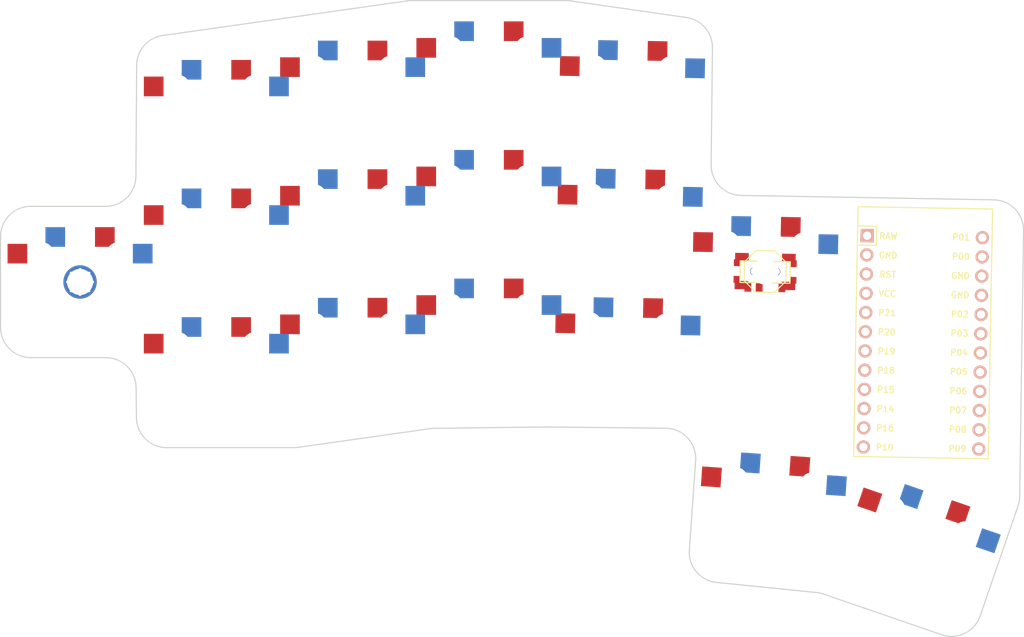
<source format=kicad_pcb>

            
(kicad_pcb (version 20171130) (host pcbnew 5.1.6)

  (page A3)
  (title_block
    (title custom_split)
    (rev v1.0.0)
    (company Unknown)
  )

  (general
    (thickness 1.6)
  )

  (layers
    (0 F.Cu signal)
    (31 B.Cu signal)
    (32 B.Adhes user)
    (33 F.Adhes user)
    (34 B.Paste user)
    (35 F.Paste user)
    (36 B.SilkS user)
    (37 F.SilkS user)
    (38 B.Mask user)
    (39 F.Mask user)
    (40 Dwgs.User user)
    (41 Cmts.User user)
    (42 Eco1.User user)
    (43 Eco2.User user)
    (44 Edge.Cuts user)
    (45 Margin user)
    (46 B.CrtYd user)
    (47 F.CrtYd user)
    (48 B.Fab user)
    (49 F.Fab user)
  )

  (setup
    (last_trace_width 0.25)
    (trace_clearance 0.2)
    (zone_clearance 0.508)
    (zone_45_only no)
    (trace_min 0.2)
    (via_size 0.8)
    (via_drill 0.4)
    (via_min_size 0.4)
    (via_min_drill 0.3)
    (uvia_size 0.3)
    (uvia_drill 0.1)
    (uvias_allowed no)
    (uvia_min_size 0.2)
    (uvia_min_drill 0.1)
    (edge_width 0.05)
    (segment_width 0.2)
    (pcb_text_width 0.3)
    (pcb_text_size 1.5 1.5)
    (mod_edge_width 0.12)
    (mod_text_size 1 1)
    (mod_text_width 0.15)
    (pad_size 1.524 1.524)
    (pad_drill 0.762)
    (pad_to_mask_clearance 0.05)
    (aux_axis_origin 0 0)
    (visible_elements FFFFFF7F)
    (pcbplotparams
      (layerselection 0x010fc_ffffffff)
      (usegerberextensions false)
      (usegerberattributes true)
      (usegerberadvancedattributes true)
      (creategerberjobfile true)
      (excludeedgelayer true)
      (linewidth 0.100000)
      (plotframeref false)
      (viasonmask false)
      (mode 1)
      (useauxorigin false)
      (hpglpennumber 1)
      (hpglpenspeed 20)
      (hpglpendiameter 15.000000)
      (psnegative false)
      (psa4output false)
      (plotreference true)
      (plotvalue true)
      (plotinvisibletext false)
      (padsonsilk false)
      (subtractmaskfromsilk false)
      (outputformat 1)
      (mirror false)
      (drillshape 1)
      (scaleselection 1)
      (outputdirectory ""))
  )

            (net 0 "")
(net 1 "P5")
(net 2 "GND")
(net 3 "P9")
(net 4 "P4")
(net 5 "P2")
(net 6 "P8")
(net 7 "P3")
(net 8 "P0")
(net 9 "P16")
(net 10 "P10")
(net 11 "P1")
(net 12 "P18")
(net 13 "P15")
(net 14 "P14")
(net 15 "P19")
(net 16 "P20")
(net 17 "P21")
(net 18 "RAW")
(net 19 "RST")
(net 20 "VCC")
(net 21 "P6")
(net 22 "P7")
            
  (net_class Default "This is the default net class."
    (clearance 0.2)
    (trace_width 0.25)
    (via_dia 0.8)
    (via_drill 0.4)
    (uvia_dia 0.3)
    (uvia_drill 0.1)
    (add_net "")
(add_net "P5")
(add_net "GND")
(add_net "P9")
(add_net "P4")
(add_net "P2")
(add_net "P8")
(add_net "P3")
(add_net "P0")
(add_net "P16")
(add_net "P10")
(add_net "P1")
(add_net "P18")
(add_net "P15")
(add_net "P14")
(add_net "P19")
(add_net "P20")
(add_net "P21")
(add_net "RAW")
(add_net "RST")
(add_net "VCC")
(add_net "P6")
(add_net "P7")
  )

            
        
      (module PG1350 (layer F.Cu) (tedit 5DD50112)
      (at 160 153 0)

      
      (fp_text reference "S1" (at 0 0) (layer F.SilkS) hide (effects (font (size 1.27 1.27) (thickness 0.15))))
      (fp_text value "" (at 0 0) (layer F.SilkS) hide (effects (font (size 1.27 1.27) (thickness 0.15))))

      
      (fp_line (start -7 -6) (end -7 -7) (layer Dwgs.User) (width 0.15))
      (fp_line (start -7 7) (end -6 7) (layer Dwgs.User) (width 0.15))
      (fp_line (start -6 -7) (end -7 -7) (layer Dwgs.User) (width 0.15))
      (fp_line (start -7 7) (end -7 6) (layer Dwgs.User) (width 0.15))
      (fp_line (start 7 6) (end 7 7) (layer Dwgs.User) (width 0.15))
      (fp_line (start 7 -7) (end 6 -7) (layer Dwgs.User) (width 0.15))
      (fp_line (start 6 7) (end 7 7) (layer Dwgs.User) (width 0.15))
      (fp_line (start 7 -7) (end 7 -6) (layer Dwgs.User) (width 0.15))      
      
      
      (pad "" np_thru_hole circle (at 0 0) (size 3.429 3.429) (drill 3.429) (layers *.Cu *.Mask))
        
      
      (pad "" np_thru_hole circle (at 5.5 0) (size 1.7018 1.7018) (drill 1.7018) (layers *.Cu *.Mask))
      (pad "" np_thru_hole circle (at -5.5 0) (size 1.7018 1.7018) (drill 1.7018) (layers *.Cu *.Mask))
      
        
      
      (fp_line (start -9 -8.5) (end 9 -8.5) (layer Dwgs.User) (width 0.15))
      (fp_line (start 9 -8.5) (end 9 8.5) (layer Dwgs.User) (width 0.15))
      (fp_line (start 9 8.5) (end -9 8.5) (layer Dwgs.User) (width 0.15))
      (fp_line (start -9 8.5) (end -9 -8.5) (layer Dwgs.User) (width 0.15))
      
        
          
          (pad "" np_thru_hole circle (at 5 -3.75) (size 3 3) (drill 3) (layers *.Cu *.Mask))
          (pad "" np_thru_hole circle (at 0 -5.95) (size 3 3) (drill 3) (layers *.Cu *.Mask))
      
          
          (pad 1 smd rect (at -3.275 -5.95 0) (size 2.6 2.6) (layers B.Cu B.Paste B.Mask)  (net 1 "P5"))
          (pad 2 smd rect (at 8.275 -3.75 0) (size 2.6 2.6) (layers B.Cu B.Paste B.Mask)  (net 2 "GND"))
        
        
          
          (pad "" np_thru_hole circle (at -5 -3.75) (size 3 3) (drill 3) (layers *.Cu *.Mask))
          (pad "" np_thru_hole circle (at 0 -5.95) (size 3 3) (drill 3) (layers *.Cu *.Mask))
      
          
          (pad 1 smd rect (at 3.275 -5.95 0) (size 2.6 2.6) (layers F.Cu F.Paste F.Mask)  (net 1 "P5"))
          (pad 2 smd rect (at -8.275 -3.75 0) (size 2.6 2.6) (layers F.Cu F.Paste F.Mask)  (net 2 "GND"))
        )
        

        
      (module PG1350 (layer F.Cu) (tedit 5DD50112)
      (at 178 164.9 0)

      
      (fp_text reference "S2" (at 0 0) (layer F.SilkS) hide (effects (font (size 1.27 1.27) (thickness 0.15))))
      (fp_text value "" (at 0 0) (layer F.SilkS) hide (effects (font (size 1.27 1.27) (thickness 0.15))))

      
      (fp_line (start -7 -6) (end -7 -7) (layer Dwgs.User) (width 0.15))
      (fp_line (start -7 7) (end -6 7) (layer Dwgs.User) (width 0.15))
      (fp_line (start -6 -7) (end -7 -7) (layer Dwgs.User) (width 0.15))
      (fp_line (start -7 7) (end -7 6) (layer Dwgs.User) (width 0.15))
      (fp_line (start 7 6) (end 7 7) (layer Dwgs.User) (width 0.15))
      (fp_line (start 7 -7) (end 6 -7) (layer Dwgs.User) (width 0.15))
      (fp_line (start 6 7) (end 7 7) (layer Dwgs.User) (width 0.15))
      (fp_line (start 7 -7) (end 7 -6) (layer Dwgs.User) (width 0.15))      
      
      
      (pad "" np_thru_hole circle (at 0 0) (size 3.429 3.429) (drill 3.429) (layers *.Cu *.Mask))
        
      
      (pad "" np_thru_hole circle (at 5.5 0) (size 1.7018 1.7018) (drill 1.7018) (layers *.Cu *.Mask))
      (pad "" np_thru_hole circle (at -5.5 0) (size 1.7018 1.7018) (drill 1.7018) (layers *.Cu *.Mask))
      
        
      
      (fp_line (start -9 -8.5) (end 9 -8.5) (layer Dwgs.User) (width 0.15))
      (fp_line (start 9 -8.5) (end 9 8.5) (layer Dwgs.User) (width 0.15))
      (fp_line (start 9 8.5) (end -9 8.5) (layer Dwgs.User) (width 0.15))
      (fp_line (start -9 8.5) (end -9 -8.5) (layer Dwgs.User) (width 0.15))
      
        
          
          (pad "" np_thru_hole circle (at 5 -3.75) (size 3 3) (drill 3) (layers *.Cu *.Mask))
          (pad "" np_thru_hole circle (at 0 -5.95) (size 3 3) (drill 3) (layers *.Cu *.Mask))
      
          
          (pad 1 smd rect (at -3.275 -5.95 0) (size 2.6 2.6) (layers B.Cu B.Paste B.Mask)  (net 3 "P9"))
          (pad 2 smd rect (at 8.275 -3.75 0) (size 2.6 2.6) (layers B.Cu B.Paste B.Mask)  (net 2 "GND"))
        
        
          
          (pad "" np_thru_hole circle (at -5 -3.75) (size 3 3) (drill 3) (layers *.Cu *.Mask))
          (pad "" np_thru_hole circle (at 0 -5.95) (size 3 3) (drill 3) (layers *.Cu *.Mask))
      
          
          (pad 1 smd rect (at 3.275 -5.95 0) (size 2.6 2.6) (layers F.Cu F.Paste F.Mask)  (net 3 "P9"))
          (pad 2 smd rect (at -8.275 -3.75 0) (size 2.6 2.6) (layers F.Cu F.Paste F.Mask)  (net 2 "GND"))
        )
        

        
      (module PG1350 (layer F.Cu) (tedit 5DD50112)
      (at 178 147.9 0)

      
      (fp_text reference "S3" (at 0 0) (layer F.SilkS) hide (effects (font (size 1.27 1.27) (thickness 0.15))))
      (fp_text value "" (at 0 0) (layer F.SilkS) hide (effects (font (size 1.27 1.27) (thickness 0.15))))

      
      (fp_line (start -7 -6) (end -7 -7) (layer Dwgs.User) (width 0.15))
      (fp_line (start -7 7) (end -6 7) (layer Dwgs.User) (width 0.15))
      (fp_line (start -6 -7) (end -7 -7) (layer Dwgs.User) (width 0.15))
      (fp_line (start -7 7) (end -7 6) (layer Dwgs.User) (width 0.15))
      (fp_line (start 7 6) (end 7 7) (layer Dwgs.User) (width 0.15))
      (fp_line (start 7 -7) (end 6 -7) (layer Dwgs.User) (width 0.15))
      (fp_line (start 6 7) (end 7 7) (layer Dwgs.User) (width 0.15))
      (fp_line (start 7 -7) (end 7 -6) (layer Dwgs.User) (width 0.15))      
      
      
      (pad "" np_thru_hole circle (at 0 0) (size 3.429 3.429) (drill 3.429) (layers *.Cu *.Mask))
        
      
      (pad "" np_thru_hole circle (at 5.5 0) (size 1.7018 1.7018) (drill 1.7018) (layers *.Cu *.Mask))
      (pad "" np_thru_hole circle (at -5.5 0) (size 1.7018 1.7018) (drill 1.7018) (layers *.Cu *.Mask))
      
        
      
      (fp_line (start -9 -8.5) (end 9 -8.5) (layer Dwgs.User) (width 0.15))
      (fp_line (start 9 -8.5) (end 9 8.5) (layer Dwgs.User) (width 0.15))
      (fp_line (start 9 8.5) (end -9 8.5) (layer Dwgs.User) (width 0.15))
      (fp_line (start -9 8.5) (end -9 -8.5) (layer Dwgs.User) (width 0.15))
      
        
          
          (pad "" np_thru_hole circle (at 5 -3.75) (size 3 3) (drill 3) (layers *.Cu *.Mask))
          (pad "" np_thru_hole circle (at 0 -5.95) (size 3 3) (drill 3) (layers *.Cu *.Mask))
      
          
          (pad 1 smd rect (at -3.275 -5.95 0) (size 2.6 2.6) (layers B.Cu B.Paste B.Mask)  (net 4 "P4"))
          (pad 2 smd rect (at 8.275 -3.75 0) (size 2.6 2.6) (layers B.Cu B.Paste B.Mask)  (net 2 "GND"))
        
        
          
          (pad "" np_thru_hole circle (at -5 -3.75) (size 3 3) (drill 3) (layers *.Cu *.Mask))
          (pad "" np_thru_hole circle (at 0 -5.95) (size 3 3) (drill 3) (layers *.Cu *.Mask))
      
          
          (pad 1 smd rect (at 3.275 -5.95 0) (size 2.6 2.6) (layers F.Cu F.Paste F.Mask)  (net 4 "P4"))
          (pad 2 smd rect (at -8.275 -3.75 0) (size 2.6 2.6) (layers F.Cu F.Paste F.Mask)  (net 2 "GND"))
        )
        

        
      (module PG1350 (layer F.Cu) (tedit 5DD50112)
      (at 178 130.9 0)

      
      (fp_text reference "S4" (at 0 0) (layer F.SilkS) hide (effects (font (size 1.27 1.27) (thickness 0.15))))
      (fp_text value "" (at 0 0) (layer F.SilkS) hide (effects (font (size 1.27 1.27) (thickness 0.15))))

      
      (fp_line (start -7 -6) (end -7 -7) (layer Dwgs.User) (width 0.15))
      (fp_line (start -7 7) (end -6 7) (layer Dwgs.User) (width 0.15))
      (fp_line (start -6 -7) (end -7 -7) (layer Dwgs.User) (width 0.15))
      (fp_line (start -7 7) (end -7 6) (layer Dwgs.User) (width 0.15))
      (fp_line (start 7 6) (end 7 7) (layer Dwgs.User) (width 0.15))
      (fp_line (start 7 -7) (end 6 -7) (layer Dwgs.User) (width 0.15))
      (fp_line (start 6 7) (end 7 7) (layer Dwgs.User) (width 0.15))
      (fp_line (start 7 -7) (end 7 -6) (layer Dwgs.User) (width 0.15))      
      
      
      (pad "" np_thru_hole circle (at 0 0) (size 3.429 3.429) (drill 3.429) (layers *.Cu *.Mask))
        
      
      (pad "" np_thru_hole circle (at 5.5 0) (size 1.7018 1.7018) (drill 1.7018) (layers *.Cu *.Mask))
      (pad "" np_thru_hole circle (at -5.5 0) (size 1.7018 1.7018) (drill 1.7018) (layers *.Cu *.Mask))
      
        
      
      (fp_line (start -9 -8.5) (end 9 -8.5) (layer Dwgs.User) (width 0.15))
      (fp_line (start 9 -8.5) (end 9 8.5) (layer Dwgs.User) (width 0.15))
      (fp_line (start 9 8.5) (end -9 8.5) (layer Dwgs.User) (width 0.15))
      (fp_line (start -9 8.5) (end -9 -8.5) (layer Dwgs.User) (width 0.15))
      
        
          
          (pad "" np_thru_hole circle (at 5 -3.75) (size 3 3) (drill 3) (layers *.Cu *.Mask))
          (pad "" np_thru_hole circle (at 0 -5.95) (size 3 3) (drill 3) (layers *.Cu *.Mask))
      
          
          (pad 1 smd rect (at -3.275 -5.95 0) (size 2.6 2.6) (layers B.Cu B.Paste B.Mask)  (net 5 "P2"))
          (pad 2 smd rect (at 8.275 -3.75 0) (size 2.6 2.6) (layers B.Cu B.Paste B.Mask)  (net 2 "GND"))
        
        
          
          (pad "" np_thru_hole circle (at -5 -3.75) (size 3 3) (drill 3) (layers *.Cu *.Mask))
          (pad "" np_thru_hole circle (at 0 -5.95) (size 3 3) (drill 3) (layers *.Cu *.Mask))
      
          
          (pad 1 smd rect (at 3.275 -5.95 0) (size 2.6 2.6) (layers F.Cu F.Paste F.Mask)  (net 5 "P2"))
          (pad 2 smd rect (at -8.275 -3.75 0) (size 2.6 2.6) (layers F.Cu F.Paste F.Mask)  (net 2 "GND"))
        )
        

        
      (module PG1350 (layer F.Cu) (tedit 5DD50112)
      (at 196 162.35 0)

      
      (fp_text reference "S5" (at 0 0) (layer F.SilkS) hide (effects (font (size 1.27 1.27) (thickness 0.15))))
      (fp_text value "" (at 0 0) (layer F.SilkS) hide (effects (font (size 1.27 1.27) (thickness 0.15))))

      
      (fp_line (start -7 -6) (end -7 -7) (layer Dwgs.User) (width 0.15))
      (fp_line (start -7 7) (end -6 7) (layer Dwgs.User) (width 0.15))
      (fp_line (start -6 -7) (end -7 -7) (layer Dwgs.User) (width 0.15))
      (fp_line (start -7 7) (end -7 6) (layer Dwgs.User) (width 0.15))
      (fp_line (start 7 6) (end 7 7) (layer Dwgs.User) (width 0.15))
      (fp_line (start 7 -7) (end 6 -7) (layer Dwgs.User) (width 0.15))
      (fp_line (start 6 7) (end 7 7) (layer Dwgs.User) (width 0.15))
      (fp_line (start 7 -7) (end 7 -6) (layer Dwgs.User) (width 0.15))      
      
      
      (pad "" np_thru_hole circle (at 0 0) (size 3.429 3.429) (drill 3.429) (layers *.Cu *.Mask))
        
      
      (pad "" np_thru_hole circle (at 5.5 0) (size 1.7018 1.7018) (drill 1.7018) (layers *.Cu *.Mask))
      (pad "" np_thru_hole circle (at -5.5 0) (size 1.7018 1.7018) (drill 1.7018) (layers *.Cu *.Mask))
      
        
      
      (fp_line (start -9 -8.5) (end 9 -8.5) (layer Dwgs.User) (width 0.15))
      (fp_line (start 9 -8.5) (end 9 8.5) (layer Dwgs.User) (width 0.15))
      (fp_line (start 9 8.5) (end -9 8.5) (layer Dwgs.User) (width 0.15))
      (fp_line (start -9 8.5) (end -9 -8.5) (layer Dwgs.User) (width 0.15))
      
        
          
          (pad "" np_thru_hole circle (at 5 -3.75) (size 3 3) (drill 3) (layers *.Cu *.Mask))
          (pad "" np_thru_hole circle (at 0 -5.95) (size 3 3) (drill 3) (layers *.Cu *.Mask))
      
          
          (pad 1 smd rect (at -3.275 -5.95 0) (size 2.6 2.6) (layers B.Cu B.Paste B.Mask)  (net 6 "P8"))
          (pad 2 smd rect (at 8.275 -3.75 0) (size 2.6 2.6) (layers B.Cu B.Paste B.Mask)  (net 2 "GND"))
        
        
          
          (pad "" np_thru_hole circle (at -5 -3.75) (size 3 3) (drill 3) (layers *.Cu *.Mask))
          (pad "" np_thru_hole circle (at 0 -5.95) (size 3 3) (drill 3) (layers *.Cu *.Mask))
      
          
          (pad 1 smd rect (at 3.275 -5.95 0) (size 2.6 2.6) (layers F.Cu F.Paste F.Mask)  (net 6 "P8"))
          (pad 2 smd rect (at -8.275 -3.75 0) (size 2.6 2.6) (layers F.Cu F.Paste F.Mask)  (net 2 "GND"))
        )
        

        
      (module PG1350 (layer F.Cu) (tedit 5DD50112)
      (at 196 145.35 0)

      
      (fp_text reference "S6" (at 0 0) (layer F.SilkS) hide (effects (font (size 1.27 1.27) (thickness 0.15))))
      (fp_text value "" (at 0 0) (layer F.SilkS) hide (effects (font (size 1.27 1.27) (thickness 0.15))))

      
      (fp_line (start -7 -6) (end -7 -7) (layer Dwgs.User) (width 0.15))
      (fp_line (start -7 7) (end -6 7) (layer Dwgs.User) (width 0.15))
      (fp_line (start -6 -7) (end -7 -7) (layer Dwgs.User) (width 0.15))
      (fp_line (start -7 7) (end -7 6) (layer Dwgs.User) (width 0.15))
      (fp_line (start 7 6) (end 7 7) (layer Dwgs.User) (width 0.15))
      (fp_line (start 7 -7) (end 6 -7) (layer Dwgs.User) (width 0.15))
      (fp_line (start 6 7) (end 7 7) (layer Dwgs.User) (width 0.15))
      (fp_line (start 7 -7) (end 7 -6) (layer Dwgs.User) (width 0.15))      
      
      
      (pad "" np_thru_hole circle (at 0 0) (size 3.429 3.429) (drill 3.429) (layers *.Cu *.Mask))
        
      
      (pad "" np_thru_hole circle (at 5.5 0) (size 1.7018 1.7018) (drill 1.7018) (layers *.Cu *.Mask))
      (pad "" np_thru_hole circle (at -5.5 0) (size 1.7018 1.7018) (drill 1.7018) (layers *.Cu *.Mask))
      
        
      
      (fp_line (start -9 -8.5) (end 9 -8.5) (layer Dwgs.User) (width 0.15))
      (fp_line (start 9 -8.5) (end 9 8.5) (layer Dwgs.User) (width 0.15))
      (fp_line (start 9 8.5) (end -9 8.5) (layer Dwgs.User) (width 0.15))
      (fp_line (start -9 8.5) (end -9 -8.5) (layer Dwgs.User) (width 0.15))
      
        
          
          (pad "" np_thru_hole circle (at 5 -3.75) (size 3 3) (drill 3) (layers *.Cu *.Mask))
          (pad "" np_thru_hole circle (at 0 -5.95) (size 3 3) (drill 3) (layers *.Cu *.Mask))
      
          
          (pad 1 smd rect (at -3.275 -5.95 0) (size 2.6 2.6) (layers B.Cu B.Paste B.Mask)  (net 7 "P3"))
          (pad 2 smd rect (at 8.275 -3.75 0) (size 2.6 2.6) (layers B.Cu B.Paste B.Mask)  (net 2 "GND"))
        
        
          
          (pad "" np_thru_hole circle (at -5 -3.75) (size 3 3) (drill 3) (layers *.Cu *.Mask))
          (pad "" np_thru_hole circle (at 0 -5.95) (size 3 3) (drill 3) (layers *.Cu *.Mask))
      
          
          (pad 1 smd rect (at 3.275 -5.95 0) (size 2.6 2.6) (layers F.Cu F.Paste F.Mask)  (net 7 "P3"))
          (pad 2 smd rect (at -8.275 -3.75 0) (size 2.6 2.6) (layers F.Cu F.Paste F.Mask)  (net 2 "GND"))
        )
        

        
      (module PG1350 (layer F.Cu) (tedit 5DD50112)
      (at 196 128.35 0)

      
      (fp_text reference "S7" (at 0 0) (layer F.SilkS) hide (effects (font (size 1.27 1.27) (thickness 0.15))))
      (fp_text value "" (at 0 0) (layer F.SilkS) hide (effects (font (size 1.27 1.27) (thickness 0.15))))

      
      (fp_line (start -7 -6) (end -7 -7) (layer Dwgs.User) (width 0.15))
      (fp_line (start -7 7) (end -6 7) (layer Dwgs.User) (width 0.15))
      (fp_line (start -6 -7) (end -7 -7) (layer Dwgs.User) (width 0.15))
      (fp_line (start -7 7) (end -7 6) (layer Dwgs.User) (width 0.15))
      (fp_line (start 7 6) (end 7 7) (layer Dwgs.User) (width 0.15))
      (fp_line (start 7 -7) (end 6 -7) (layer Dwgs.User) (width 0.15))
      (fp_line (start 6 7) (end 7 7) (layer Dwgs.User) (width 0.15))
      (fp_line (start 7 -7) (end 7 -6) (layer Dwgs.User) (width 0.15))      
      
      
      (pad "" np_thru_hole circle (at 0 0) (size 3.429 3.429) (drill 3.429) (layers *.Cu *.Mask))
        
      
      (pad "" np_thru_hole circle (at 5.5 0) (size 1.7018 1.7018) (drill 1.7018) (layers *.Cu *.Mask))
      (pad "" np_thru_hole circle (at -5.5 0) (size 1.7018 1.7018) (drill 1.7018) (layers *.Cu *.Mask))
      
        
      
      (fp_line (start -9 -8.5) (end 9 -8.5) (layer Dwgs.User) (width 0.15))
      (fp_line (start 9 -8.5) (end 9 8.5) (layer Dwgs.User) (width 0.15))
      (fp_line (start 9 8.5) (end -9 8.5) (layer Dwgs.User) (width 0.15))
      (fp_line (start -9 8.5) (end -9 -8.5) (layer Dwgs.User) (width 0.15))
      
        
          
          (pad "" np_thru_hole circle (at 5 -3.75) (size 3 3) (drill 3) (layers *.Cu *.Mask))
          (pad "" np_thru_hole circle (at 0 -5.95) (size 3 3) (drill 3) (layers *.Cu *.Mask))
      
          
          (pad 1 smd rect (at -3.275 -5.95 0) (size 2.6 2.6) (layers B.Cu B.Paste B.Mask)  (net 8 "P0"))
          (pad 2 smd rect (at 8.275 -3.75 0) (size 2.6 2.6) (layers B.Cu B.Paste B.Mask)  (net 2 "GND"))
        
        
          
          (pad "" np_thru_hole circle (at -5 -3.75) (size 3 3) (drill 3) (layers *.Cu *.Mask))
          (pad "" np_thru_hole circle (at 0 -5.95) (size 3 3) (drill 3) (layers *.Cu *.Mask))
      
          
          (pad 1 smd rect (at 3.275 -5.95 0) (size 2.6 2.6) (layers F.Cu F.Paste F.Mask)  (net 8 "P0"))
          (pad 2 smd rect (at -8.275 -3.75 0) (size 2.6 2.6) (layers F.Cu F.Paste F.Mask)  (net 2 "GND"))
        )
        

        
      (module PG1350 (layer F.Cu) (tedit 5DD50112)
      (at 214 159.8 0)

      
      (fp_text reference "S8" (at 0 0) (layer F.SilkS) hide (effects (font (size 1.27 1.27) (thickness 0.15))))
      (fp_text value "" (at 0 0) (layer F.SilkS) hide (effects (font (size 1.27 1.27) (thickness 0.15))))

      
      (fp_line (start -7 -6) (end -7 -7) (layer Dwgs.User) (width 0.15))
      (fp_line (start -7 7) (end -6 7) (layer Dwgs.User) (width 0.15))
      (fp_line (start -6 -7) (end -7 -7) (layer Dwgs.User) (width 0.15))
      (fp_line (start -7 7) (end -7 6) (layer Dwgs.User) (width 0.15))
      (fp_line (start 7 6) (end 7 7) (layer Dwgs.User) (width 0.15))
      (fp_line (start 7 -7) (end 6 -7) (layer Dwgs.User) (width 0.15))
      (fp_line (start 6 7) (end 7 7) (layer Dwgs.User) (width 0.15))
      (fp_line (start 7 -7) (end 7 -6) (layer Dwgs.User) (width 0.15))      
      
      
      (pad "" np_thru_hole circle (at 0 0) (size 3.429 3.429) (drill 3.429) (layers *.Cu *.Mask))
        
      
      (pad "" np_thru_hole circle (at 5.5 0) (size 1.7018 1.7018) (drill 1.7018) (layers *.Cu *.Mask))
      (pad "" np_thru_hole circle (at -5.5 0) (size 1.7018 1.7018) (drill 1.7018) (layers *.Cu *.Mask))
      
        
      
      (fp_line (start -9 -8.5) (end 9 -8.5) (layer Dwgs.User) (width 0.15))
      (fp_line (start 9 -8.5) (end 9 8.5) (layer Dwgs.User) (width 0.15))
      (fp_line (start 9 8.5) (end -9 8.5) (layer Dwgs.User) (width 0.15))
      (fp_line (start -9 8.5) (end -9 -8.5) (layer Dwgs.User) (width 0.15))
      
        
          
          (pad "" np_thru_hole circle (at 5 -3.75) (size 3 3) (drill 3) (layers *.Cu *.Mask))
          (pad "" np_thru_hole circle (at 0 -5.95) (size 3 3) (drill 3) (layers *.Cu *.Mask))
      
          
          (pad 1 smd rect (at -3.275 -5.95 0) (size 2.6 2.6) (layers B.Cu B.Paste B.Mask)  (net 9 "P16"))
          (pad 2 smd rect (at 8.275 -3.75 0) (size 2.6 2.6) (layers B.Cu B.Paste B.Mask)  (net 2 "GND"))
        
        
          
          (pad "" np_thru_hole circle (at -5 -3.75) (size 3 3) (drill 3) (layers *.Cu *.Mask))
          (pad "" np_thru_hole circle (at 0 -5.95) (size 3 3) (drill 3) (layers *.Cu *.Mask))
      
          
          (pad 1 smd rect (at 3.275 -5.95 0) (size 2.6 2.6) (layers F.Cu F.Paste F.Mask)  (net 9 "P16"))
          (pad 2 smd rect (at -8.275 -3.75 0) (size 2.6 2.6) (layers F.Cu F.Paste F.Mask)  (net 2 "GND"))
        )
        

        
      (module PG1350 (layer F.Cu) (tedit 5DD50112)
      (at 214 142.8 0)

      
      (fp_text reference "S9" (at 0 0) (layer F.SilkS) hide (effects (font (size 1.27 1.27) (thickness 0.15))))
      (fp_text value "" (at 0 0) (layer F.SilkS) hide (effects (font (size 1.27 1.27) (thickness 0.15))))

      
      (fp_line (start -7 -6) (end -7 -7) (layer Dwgs.User) (width 0.15))
      (fp_line (start -7 7) (end -6 7) (layer Dwgs.User) (width 0.15))
      (fp_line (start -6 -7) (end -7 -7) (layer Dwgs.User) (width 0.15))
      (fp_line (start -7 7) (end -7 6) (layer Dwgs.User) (width 0.15))
      (fp_line (start 7 6) (end 7 7) (layer Dwgs.User) (width 0.15))
      (fp_line (start 7 -7) (end 6 -7) (layer Dwgs.User) (width 0.15))
      (fp_line (start 6 7) (end 7 7) (layer Dwgs.User) (width 0.15))
      (fp_line (start 7 -7) (end 7 -6) (layer Dwgs.User) (width 0.15))      
      
      
      (pad "" np_thru_hole circle (at 0 0) (size 3.429 3.429) (drill 3.429) (layers *.Cu *.Mask))
        
      
      (pad "" np_thru_hole circle (at 5.5 0) (size 1.7018 1.7018) (drill 1.7018) (layers *.Cu *.Mask))
      (pad "" np_thru_hole circle (at -5.5 0) (size 1.7018 1.7018) (drill 1.7018) (layers *.Cu *.Mask))
      
        
      
      (fp_line (start -9 -8.5) (end 9 -8.5) (layer Dwgs.User) (width 0.15))
      (fp_line (start 9 -8.5) (end 9 8.5) (layer Dwgs.User) (width 0.15))
      (fp_line (start 9 8.5) (end -9 8.5) (layer Dwgs.User) (width 0.15))
      (fp_line (start -9 8.5) (end -9 -8.5) (layer Dwgs.User) (width 0.15))
      
        
          
          (pad "" np_thru_hole circle (at 5 -3.75) (size 3 3) (drill 3) (layers *.Cu *.Mask))
          (pad "" np_thru_hole circle (at 0 -5.95) (size 3 3) (drill 3) (layers *.Cu *.Mask))
      
          
          (pad 1 smd rect (at -3.275 -5.95 0) (size 2.6 2.6) (layers B.Cu B.Paste B.Mask)  (net 10 "P10"))
          (pad 2 smd rect (at 8.275 -3.75 0) (size 2.6 2.6) (layers B.Cu B.Paste B.Mask)  (net 2 "GND"))
        
        
          
          (pad "" np_thru_hole circle (at -5 -3.75) (size 3 3) (drill 3) (layers *.Cu *.Mask))
          (pad "" np_thru_hole circle (at 0 -5.95) (size 3 3) (drill 3) (layers *.Cu *.Mask))
      
          
          (pad 1 smd rect (at 3.275 -5.95 0) (size 2.6 2.6) (layers F.Cu F.Paste F.Mask)  (net 10 "P10"))
          (pad 2 smd rect (at -8.275 -3.75 0) (size 2.6 2.6) (layers F.Cu F.Paste F.Mask)  (net 2 "GND"))
        )
        

        
      (module PG1350 (layer F.Cu) (tedit 5DD50112)
      (at 214 125.80000000000001 0)

      
      (fp_text reference "S10" (at 0 0) (layer F.SilkS) hide (effects (font (size 1.27 1.27) (thickness 0.15))))
      (fp_text value "" (at 0 0) (layer F.SilkS) hide (effects (font (size 1.27 1.27) (thickness 0.15))))

      
      (fp_line (start -7 -6) (end -7 -7) (layer Dwgs.User) (width 0.15))
      (fp_line (start -7 7) (end -6 7) (layer Dwgs.User) (width 0.15))
      (fp_line (start -6 -7) (end -7 -7) (layer Dwgs.User) (width 0.15))
      (fp_line (start -7 7) (end -7 6) (layer Dwgs.User) (width 0.15))
      (fp_line (start 7 6) (end 7 7) (layer Dwgs.User) (width 0.15))
      (fp_line (start 7 -7) (end 6 -7) (layer Dwgs.User) (width 0.15))
      (fp_line (start 6 7) (end 7 7) (layer Dwgs.User) (width 0.15))
      (fp_line (start 7 -7) (end 7 -6) (layer Dwgs.User) (width 0.15))      
      
      
      (pad "" np_thru_hole circle (at 0 0) (size 3.429 3.429) (drill 3.429) (layers *.Cu *.Mask))
        
      
      (pad "" np_thru_hole circle (at 5.5 0) (size 1.7018 1.7018) (drill 1.7018) (layers *.Cu *.Mask))
      (pad "" np_thru_hole circle (at -5.5 0) (size 1.7018 1.7018) (drill 1.7018) (layers *.Cu *.Mask))
      
        
      
      (fp_line (start -9 -8.5) (end 9 -8.5) (layer Dwgs.User) (width 0.15))
      (fp_line (start 9 -8.5) (end 9 8.5) (layer Dwgs.User) (width 0.15))
      (fp_line (start 9 8.5) (end -9 8.5) (layer Dwgs.User) (width 0.15))
      (fp_line (start -9 8.5) (end -9 -8.5) (layer Dwgs.User) (width 0.15))
      
        
          
          (pad "" np_thru_hole circle (at 5 -3.75) (size 3 3) (drill 3) (layers *.Cu *.Mask))
          (pad "" np_thru_hole circle (at 0 -5.95) (size 3 3) (drill 3) (layers *.Cu *.Mask))
      
          
          (pad 1 smd rect (at -3.275 -5.95 0) (size 2.6 2.6) (layers B.Cu B.Paste B.Mask)  (net 11 "P1"))
          (pad 2 smd rect (at 8.275 -3.75 0) (size 2.6 2.6) (layers B.Cu B.Paste B.Mask)  (net 2 "GND"))
        
        
          
          (pad "" np_thru_hole circle (at -5 -3.75) (size 3 3) (drill 3) (layers *.Cu *.Mask))
          (pad "" np_thru_hole circle (at 0 -5.95) (size 3 3) (drill 3) (layers *.Cu *.Mask))
      
          
          (pad 1 smd rect (at 3.275 -5.95 0) (size 2.6 2.6) (layers F.Cu F.Paste F.Mask)  (net 11 "P1"))
          (pad 2 smd rect (at -8.275 -3.75 0) (size 2.6 2.6) (layers F.Cu F.Paste F.Mask)  (net 2 "GND"))
        )
        

        
      (module PG1350 (layer F.Cu) (tedit 5DD50112)
      (at 232.3 162.35 -1)

      
      (fp_text reference "S11" (at 0 0) (layer F.SilkS) hide (effects (font (size 1.27 1.27) (thickness 0.15))))
      (fp_text value "" (at 0 0) (layer F.SilkS) hide (effects (font (size 1.27 1.27) (thickness 0.15))))

      
      (fp_line (start -7 -6) (end -7 -7) (layer Dwgs.User) (width 0.15))
      (fp_line (start -7 7) (end -6 7) (layer Dwgs.User) (width 0.15))
      (fp_line (start -6 -7) (end -7 -7) (layer Dwgs.User) (width 0.15))
      (fp_line (start -7 7) (end -7 6) (layer Dwgs.User) (width 0.15))
      (fp_line (start 7 6) (end 7 7) (layer Dwgs.User) (width 0.15))
      (fp_line (start 7 -7) (end 6 -7) (layer Dwgs.User) (width 0.15))
      (fp_line (start 6 7) (end 7 7) (layer Dwgs.User) (width 0.15))
      (fp_line (start 7 -7) (end 7 -6) (layer Dwgs.User) (width 0.15))      
      
      
      (pad "" np_thru_hole circle (at 0 0) (size 3.429 3.429) (drill 3.429) (layers *.Cu *.Mask))
        
      
      (pad "" np_thru_hole circle (at 5.5 0) (size 1.7018 1.7018) (drill 1.7018) (layers *.Cu *.Mask))
      (pad "" np_thru_hole circle (at -5.5 0) (size 1.7018 1.7018) (drill 1.7018) (layers *.Cu *.Mask))
      
        
      
      (fp_line (start -9 -8.5) (end 9 -8.5) (layer Dwgs.User) (width 0.15))
      (fp_line (start 9 -8.5) (end 9 8.5) (layer Dwgs.User) (width 0.15))
      (fp_line (start 9 8.5) (end -9 8.5) (layer Dwgs.User) (width 0.15))
      (fp_line (start -9 8.5) (end -9 -8.5) (layer Dwgs.User) (width 0.15))
      
        
          
          (pad "" np_thru_hole circle (at 5 -3.75) (size 3 3) (drill 3) (layers *.Cu *.Mask))
          (pad "" np_thru_hole circle (at 0 -5.95) (size 3 3) (drill 3) (layers *.Cu *.Mask))
      
          
          (pad 1 smd rect (at -3.275 -5.95 -1) (size 2.6 2.6) (layers B.Cu B.Paste B.Mask)  (net 12 "P18"))
          (pad 2 smd rect (at 8.275 -3.75 -1) (size 2.6 2.6) (layers B.Cu B.Paste B.Mask)  (net 2 "GND"))
        
        
          
          (pad "" np_thru_hole circle (at -5 -3.75) (size 3 3) (drill 3) (layers *.Cu *.Mask))
          (pad "" np_thru_hole circle (at 0 -5.95) (size 3 3) (drill 3) (layers *.Cu *.Mask))
      
          
          (pad 1 smd rect (at 3.275 -5.95 -1) (size 2.6 2.6) (layers F.Cu F.Paste F.Mask)  (net 12 "P18"))
          (pad 2 smd rect (at -8.275 -3.75 -1) (size 2.6 2.6) (layers F.Cu F.Paste F.Mask)  (net 2 "GND"))
        )
        

        
      (module PG1350 (layer F.Cu) (tedit 5DD50112)
      (at 232.5966909 145.35258919999998 -1)

      
      (fp_text reference "S12" (at 0 0) (layer F.SilkS) hide (effects (font (size 1.27 1.27) (thickness 0.15))))
      (fp_text value "" (at 0 0) (layer F.SilkS) hide (effects (font (size 1.27 1.27) (thickness 0.15))))

      
      (fp_line (start -7 -6) (end -7 -7) (layer Dwgs.User) (width 0.15))
      (fp_line (start -7 7) (end -6 7) (layer Dwgs.User) (width 0.15))
      (fp_line (start -6 -7) (end -7 -7) (layer Dwgs.User) (width 0.15))
      (fp_line (start -7 7) (end -7 6) (layer Dwgs.User) (width 0.15))
      (fp_line (start 7 6) (end 7 7) (layer Dwgs.User) (width 0.15))
      (fp_line (start 7 -7) (end 6 -7) (layer Dwgs.User) (width 0.15))
      (fp_line (start 6 7) (end 7 7) (layer Dwgs.User) (width 0.15))
      (fp_line (start 7 -7) (end 7 -6) (layer Dwgs.User) (width 0.15))      
      
      
      (pad "" np_thru_hole circle (at 0 0) (size 3.429 3.429) (drill 3.429) (layers *.Cu *.Mask))
        
      
      (pad "" np_thru_hole circle (at 5.5 0) (size 1.7018 1.7018) (drill 1.7018) (layers *.Cu *.Mask))
      (pad "" np_thru_hole circle (at -5.5 0) (size 1.7018 1.7018) (drill 1.7018) (layers *.Cu *.Mask))
      
        
      
      (fp_line (start -9 -8.5) (end 9 -8.5) (layer Dwgs.User) (width 0.15))
      (fp_line (start 9 -8.5) (end 9 8.5) (layer Dwgs.User) (width 0.15))
      (fp_line (start 9 8.5) (end -9 8.5) (layer Dwgs.User) (width 0.15))
      (fp_line (start -9 8.5) (end -9 -8.5) (layer Dwgs.User) (width 0.15))
      
        
          
          (pad "" np_thru_hole circle (at 5 -3.75) (size 3 3) (drill 3) (layers *.Cu *.Mask))
          (pad "" np_thru_hole circle (at 0 -5.95) (size 3 3) (drill 3) (layers *.Cu *.Mask))
      
          
          (pad 1 smd rect (at -3.275 -5.95 -1) (size 2.6 2.6) (layers B.Cu B.Paste B.Mask)  (net 13 "P15"))
          (pad 2 smd rect (at 8.275 -3.75 -1) (size 2.6 2.6) (layers B.Cu B.Paste B.Mask)  (net 2 "GND"))
        
        
          
          (pad "" np_thru_hole circle (at -5 -3.75) (size 3 3) (drill 3) (layers *.Cu *.Mask))
          (pad "" np_thru_hole circle (at 0 -5.95) (size 3 3) (drill 3) (layers *.Cu *.Mask))
      
          
          (pad 1 smd rect (at 3.275 -5.95 -1) (size 2.6 2.6) (layers F.Cu F.Paste F.Mask)  (net 13 "P15"))
          (pad 2 smd rect (at -8.275 -3.75 -1) (size 2.6 2.6) (layers F.Cu F.Paste F.Mask)  (net 2 "GND"))
        )
        

        
      (module PG1350 (layer F.Cu) (tedit 5DD50112)
      (at 232.8933818 128.35517839999997 -1)

      
      (fp_text reference "S13" (at 0 0) (layer F.SilkS) hide (effects (font (size 1.27 1.27) (thickness 0.15))))
      (fp_text value "" (at 0 0) (layer F.SilkS) hide (effects (font (size 1.27 1.27) (thickness 0.15))))

      
      (fp_line (start -7 -6) (end -7 -7) (layer Dwgs.User) (width 0.15))
      (fp_line (start -7 7) (end -6 7) (layer Dwgs.User) (width 0.15))
      (fp_line (start -6 -7) (end -7 -7) (layer Dwgs.User) (width 0.15))
      (fp_line (start -7 7) (end -7 6) (layer Dwgs.User) (width 0.15))
      (fp_line (start 7 6) (end 7 7) (layer Dwgs.User) (width 0.15))
      (fp_line (start 7 -7) (end 6 -7) (layer Dwgs.User) (width 0.15))
      (fp_line (start 6 7) (end 7 7) (layer Dwgs.User) (width 0.15))
      (fp_line (start 7 -7) (end 7 -6) (layer Dwgs.User) (width 0.15))      
      
      
      (pad "" np_thru_hole circle (at 0 0) (size 3.429 3.429) (drill 3.429) (layers *.Cu *.Mask))
        
      
      (pad "" np_thru_hole circle (at 5.5 0) (size 1.7018 1.7018) (drill 1.7018) (layers *.Cu *.Mask))
      (pad "" np_thru_hole circle (at -5.5 0) (size 1.7018 1.7018) (drill 1.7018) (layers *.Cu *.Mask))
      
        
      
      (fp_line (start -9 -8.5) (end 9 -8.5) (layer Dwgs.User) (width 0.15))
      (fp_line (start 9 -8.5) (end 9 8.5) (layer Dwgs.User) (width 0.15))
      (fp_line (start 9 8.5) (end -9 8.5) (layer Dwgs.User) (width 0.15))
      (fp_line (start -9 8.5) (end -9 -8.5) (layer Dwgs.User) (width 0.15))
      
        
          
          (pad "" np_thru_hole circle (at 5 -3.75) (size 3 3) (drill 3) (layers *.Cu *.Mask))
          (pad "" np_thru_hole circle (at 0 -5.95) (size 3 3) (drill 3) (layers *.Cu *.Mask))
      
          
          (pad 1 smd rect (at -3.275 -5.95 -1) (size 2.6 2.6) (layers B.Cu B.Paste B.Mask)  (net 14 "P14"))
          (pad 2 smd rect (at 8.275 -3.75 -1) (size 2.6 2.6) (layers B.Cu B.Paste B.Mask)  (net 2 "GND"))
        
        
          
          (pad "" np_thru_hole circle (at -5 -3.75) (size 3 3) (drill 3) (layers *.Cu *.Mask))
          (pad "" np_thru_hole circle (at 0 -5.95) (size 3 3) (drill 3) (layers *.Cu *.Mask))
      
          
          (pad 1 smd rect (at 3.275 -5.95 -1) (size 2.6 2.6) (layers F.Cu F.Paste F.Mask)  (net 14 "P14"))
          (pad 2 smd rect (at -8.275 -3.75 -1) (size 2.6 2.6) (layers F.Cu F.Paste F.Mask)  (net 2 "GND"))
        )
        

        
      (module PG1350 (layer F.Cu) (tedit 5DD50112)
      (at 250.4901076 151.61582629999998 -1)

      
      (fp_text reference "S14" (at 0 0) (layer F.SilkS) hide (effects (font (size 1.27 1.27) (thickness 0.15))))
      (fp_text value "" (at 0 0) (layer F.SilkS) hide (effects (font (size 1.27 1.27) (thickness 0.15))))

      
      (fp_line (start -7 -6) (end -7 -7) (layer Dwgs.User) (width 0.15))
      (fp_line (start -7 7) (end -6 7) (layer Dwgs.User) (width 0.15))
      (fp_line (start -6 -7) (end -7 -7) (layer Dwgs.User) (width 0.15))
      (fp_line (start -7 7) (end -7 6) (layer Dwgs.User) (width 0.15))
      (fp_line (start 7 6) (end 7 7) (layer Dwgs.User) (width 0.15))
      (fp_line (start 7 -7) (end 6 -7) (layer Dwgs.User) (width 0.15))
      (fp_line (start 6 7) (end 7 7) (layer Dwgs.User) (width 0.15))
      (fp_line (start 7 -7) (end 7 -6) (layer Dwgs.User) (width 0.15))      
      
      
      (pad "" np_thru_hole circle (at 0 0) (size 3.429 3.429) (drill 3.429) (layers *.Cu *.Mask))
        
      
      (pad "" np_thru_hole circle (at 5.5 0) (size 1.7018 1.7018) (drill 1.7018) (layers *.Cu *.Mask))
      (pad "" np_thru_hole circle (at -5.5 0) (size 1.7018 1.7018) (drill 1.7018) (layers *.Cu *.Mask))
      
        
      
      (fp_line (start -9 -8.5) (end 9 -8.5) (layer Dwgs.User) (width 0.15))
      (fp_line (start 9 -8.5) (end 9 8.5) (layer Dwgs.User) (width 0.15))
      (fp_line (start 9 8.5) (end -9 8.5) (layer Dwgs.User) (width 0.15))
      (fp_line (start -9 8.5) (end -9 -8.5) (layer Dwgs.User) (width 0.15))
      
        
          
          (pad "" np_thru_hole circle (at 5 -3.75) (size 3 3) (drill 3) (layers *.Cu *.Mask))
          (pad "" np_thru_hole circle (at 0 -5.95) (size 3 3) (drill 3) (layers *.Cu *.Mask))
      
          
          (pad 1 smd rect (at -3.275 -5.95 -1) (size 2.6 2.6) (layers B.Cu B.Paste B.Mask)  (net 15 "P19"))
          (pad 2 smd rect (at 8.275 -3.75 -1) (size 2.6 2.6) (layers B.Cu B.Paste B.Mask)  (net 2 "GND"))
        
        
          
          (pad "" np_thru_hole circle (at -5 -3.75) (size 3 3) (drill 3) (layers *.Cu *.Mask))
          (pad "" np_thru_hole circle (at 0 -5.95) (size 3 3) (drill 3) (layers *.Cu *.Mask))
      
          
          (pad 1 smd rect (at 3.275 -5.95 -1) (size 2.6 2.6) (layers F.Cu F.Paste F.Mask)  (net 15 "P19"))
          (pad 2 smd rect (at -8.275 -3.75 -1) (size 2.6 2.6) (layers F.Cu F.Paste F.Mask)  (net 2 "GND"))
        )
        

        
      (module PG1350 (layer F.Cu) (tedit 5DD50112)
      (at 251.38101010000003 183.0861678 -4)

      
      (fp_text reference "S15" (at 0 0) (layer F.SilkS) hide (effects (font (size 1.27 1.27) (thickness 0.15))))
      (fp_text value "" (at 0 0) (layer F.SilkS) hide (effects (font (size 1.27 1.27) (thickness 0.15))))

      
      (fp_line (start -7 -6) (end -7 -7) (layer Dwgs.User) (width 0.15))
      (fp_line (start -7 7) (end -6 7) (layer Dwgs.User) (width 0.15))
      (fp_line (start -6 -7) (end -7 -7) (layer Dwgs.User) (width 0.15))
      (fp_line (start -7 7) (end -7 6) (layer Dwgs.User) (width 0.15))
      (fp_line (start 7 6) (end 7 7) (layer Dwgs.User) (width 0.15))
      (fp_line (start 7 -7) (end 6 -7) (layer Dwgs.User) (width 0.15))
      (fp_line (start 6 7) (end 7 7) (layer Dwgs.User) (width 0.15))
      (fp_line (start 7 -7) (end 7 -6) (layer Dwgs.User) (width 0.15))      
      
      
      (pad "" np_thru_hole circle (at 0 0) (size 3.429 3.429) (drill 3.429) (layers *.Cu *.Mask))
        
      
      (pad "" np_thru_hole circle (at 5.5 0) (size 1.7018 1.7018) (drill 1.7018) (layers *.Cu *.Mask))
      (pad "" np_thru_hole circle (at -5.5 0) (size 1.7018 1.7018) (drill 1.7018) (layers *.Cu *.Mask))
      
        
      
      (fp_line (start -9 -8.5) (end 9 -8.5) (layer Dwgs.User) (width 0.15))
      (fp_line (start 9 -8.5) (end 9 8.5) (layer Dwgs.User) (width 0.15))
      (fp_line (start 9 8.5) (end -9 8.5) (layer Dwgs.User) (width 0.15))
      (fp_line (start -9 8.5) (end -9 -8.5) (layer Dwgs.User) (width 0.15))
      
        
          
          (pad "" np_thru_hole circle (at 5 -3.75) (size 3 3) (drill 3) (layers *.Cu *.Mask))
          (pad "" np_thru_hole circle (at 0 -5.95) (size 3 3) (drill 3) (layers *.Cu *.Mask))
      
          
          (pad 1 smd rect (at -3.275 -5.95 -4) (size 2.6 2.6) (layers B.Cu B.Paste B.Mask)  (net 16 "P20"))
          (pad 2 smd rect (at 8.275 -3.75 -4) (size 2.6 2.6) (layers B.Cu B.Paste B.Mask)  (net 2 "GND"))
        
        
          
          (pad "" np_thru_hole circle (at -5 -3.75) (size 3 3) (drill 3) (layers *.Cu *.Mask))
          (pad "" np_thru_hole circle (at 0 -5.95) (size 3 3) (drill 3) (layers *.Cu *.Mask))
      
          
          (pad 1 smd rect (at 3.275 -5.95 -4) (size 2.6 2.6) (layers F.Cu F.Paste F.Mask)  (net 16 "P20"))
          (pad 2 smd rect (at -8.275 -3.75 -4) (size 2.6 2.6) (layers F.Cu F.Paste F.Mask)  (net 2 "GND"))
        )
        

        
      (module PG1350 (layer F.Cu) (tedit 5DD50112)
      (at 270.91335870000006 188.057374 -19)

      
      (fp_text reference "S16" (at 0 0) (layer F.SilkS) hide (effects (font (size 1.27 1.27) (thickness 0.15))))
      (fp_text value "" (at 0 0) (layer F.SilkS) hide (effects (font (size 1.27 1.27) (thickness 0.15))))

      
      (fp_line (start -7 -6) (end -7 -7) (layer Dwgs.User) (width 0.15))
      (fp_line (start -7 7) (end -6 7) (layer Dwgs.User) (width 0.15))
      (fp_line (start -6 -7) (end -7 -7) (layer Dwgs.User) (width 0.15))
      (fp_line (start -7 7) (end -7 6) (layer Dwgs.User) (width 0.15))
      (fp_line (start 7 6) (end 7 7) (layer Dwgs.User) (width 0.15))
      (fp_line (start 7 -7) (end 6 -7) (layer Dwgs.User) (width 0.15))
      (fp_line (start 6 7) (end 7 7) (layer Dwgs.User) (width 0.15))
      (fp_line (start 7 -7) (end 7 -6) (layer Dwgs.User) (width 0.15))      
      
      
      (pad "" np_thru_hole circle (at 0 0) (size 3.429 3.429) (drill 3.429) (layers *.Cu *.Mask))
        
      
      (pad "" np_thru_hole circle (at 5.5 0) (size 1.7018 1.7018) (drill 1.7018) (layers *.Cu *.Mask))
      (pad "" np_thru_hole circle (at -5.5 0) (size 1.7018 1.7018) (drill 1.7018) (layers *.Cu *.Mask))
      
        
      
      (fp_line (start -9 -8.5) (end 9 -8.5) (layer Dwgs.User) (width 0.15))
      (fp_line (start 9 -8.5) (end 9 8.5) (layer Dwgs.User) (width 0.15))
      (fp_line (start 9 8.5) (end -9 8.5) (layer Dwgs.User) (width 0.15))
      (fp_line (start -9 8.5) (end -9 -8.5) (layer Dwgs.User) (width 0.15))
      
        
          
          (pad "" np_thru_hole circle (at 5 -3.75) (size 3 3) (drill 3) (layers *.Cu *.Mask))
          (pad "" np_thru_hole circle (at 0 -5.95) (size 3 3) (drill 3) (layers *.Cu *.Mask))
      
          
          (pad 1 smd rect (at -3.275 -5.95 -19) (size 2.6 2.6) (layers B.Cu B.Paste B.Mask)  (net 17 "P21"))
          (pad 2 smd rect (at 8.275 -3.75 -19) (size 2.6 2.6) (layers B.Cu B.Paste B.Mask)  (net 2 "GND"))
        
        
          
          (pad "" np_thru_hole circle (at -5 -3.75) (size 3 3) (drill 3) (layers *.Cu *.Mask))
          (pad "" np_thru_hole circle (at 0 -5.95) (size 3 3) (drill 3) (layers *.Cu *.Mask))
      
          
          (pad 1 smd rect (at 3.275 -5.95 -19) (size 2.6 2.6) (layers F.Cu F.Paste F.Mask)  (net 17 "P21"))
          (pad 2 smd rect (at -8.275 -3.75 -19) (size 2.6 2.6) (layers F.Cu F.Paste F.Mask)  (net 2 "GND"))
        )
        

        
      (module PG1350 (layer F.Cu) (tedit 5DD50112)
      (at 160 153 0)

      
      (fp_text reference "S17" (at 0 0) (layer F.SilkS) hide (effects (font (size 1.27 1.27) (thickness 0.15))))
      (fp_text value "" (at 0 0) (layer F.SilkS) hide (effects (font (size 1.27 1.27) (thickness 0.15))))

      
      (fp_line (start -7 -6) (end -7 -7) (layer Dwgs.User) (width 0.15))
      (fp_line (start -7 7) (end -6 7) (layer Dwgs.User) (width 0.15))
      (fp_line (start -6 -7) (end -7 -7) (layer Dwgs.User) (width 0.15))
      (fp_line (start -7 7) (end -7 6) (layer Dwgs.User) (width 0.15))
      (fp_line (start 7 6) (end 7 7) (layer Dwgs.User) (width 0.15))
      (fp_line (start 7 -7) (end 6 -7) (layer Dwgs.User) (width 0.15))
      (fp_line (start 6 7) (end 7 7) (layer Dwgs.User) (width 0.15))
      (fp_line (start 7 -7) (end 7 -6) (layer Dwgs.User) (width 0.15))      
      
      
      (pad "" np_thru_hole circle (at 0 0) (size 3.429 3.429) (drill 3.429) (layers *.Cu *.Mask))
        
      
      (pad "" np_thru_hole circle (at 5.5 0) (size 1.7018 1.7018) (drill 1.7018) (layers *.Cu *.Mask))
      (pad "" np_thru_hole circle (at -5.5 0) (size 1.7018 1.7018) (drill 1.7018) (layers *.Cu *.Mask))
      
        
      
      (fp_line (start -9 -8.5) (end 9 -8.5) (layer Dwgs.User) (width 0.15))
      (fp_line (start 9 -8.5) (end 9 8.5) (layer Dwgs.User) (width 0.15))
      (fp_line (start 9 8.5) (end -9 8.5) (layer Dwgs.User) (width 0.15))
      (fp_line (start -9 8.5) (end -9 -8.5) (layer Dwgs.User) (width 0.15))
      
        
            
            (pad 1 thru_hole circle (at 5 -3.8) (size 2.032 2.032) (drill 1.27) (layers *.Cu *.Mask) (net 1 "P5"))
            (pad 2 thru_hole circle (at 0 -5.9) (size 2.032 2.032) (drill 1.27) (layers *.Cu *.Mask) (net 2 "GND"))
          
        
            
            (pad 1 thru_hole circle (at -5 -3.8) (size 2.032 2.032) (drill 1.27) (layers *.Cu *.Mask) (net 1 "P5"))
            (pad 2 thru_hole circle (at -0 -5.9) (size 2.032 2.032) (drill 1.27) (layers *.Cu *.Mask) (net 2 "GND"))
          )
        

        
      (module PG1350 (layer F.Cu) (tedit 5DD50112)
      (at 178 164.9 0)

      
      (fp_text reference "S18" (at 0 0) (layer F.SilkS) hide (effects (font (size 1.27 1.27) (thickness 0.15))))
      (fp_text value "" (at 0 0) (layer F.SilkS) hide (effects (font (size 1.27 1.27) (thickness 0.15))))

      
      (fp_line (start -7 -6) (end -7 -7) (layer Dwgs.User) (width 0.15))
      (fp_line (start -7 7) (end -6 7) (layer Dwgs.User) (width 0.15))
      (fp_line (start -6 -7) (end -7 -7) (layer Dwgs.User) (width 0.15))
      (fp_line (start -7 7) (end -7 6) (layer Dwgs.User) (width 0.15))
      (fp_line (start 7 6) (end 7 7) (layer Dwgs.User) (width 0.15))
      (fp_line (start 7 -7) (end 6 -7) (layer Dwgs.User) (width 0.15))
      (fp_line (start 6 7) (end 7 7) (layer Dwgs.User) (width 0.15))
      (fp_line (start 7 -7) (end 7 -6) (layer Dwgs.User) (width 0.15))      
      
      
      (pad "" np_thru_hole circle (at 0 0) (size 3.429 3.429) (drill 3.429) (layers *.Cu *.Mask))
        
      
      (pad "" np_thru_hole circle (at 5.5 0) (size 1.7018 1.7018) (drill 1.7018) (layers *.Cu *.Mask))
      (pad "" np_thru_hole circle (at -5.5 0) (size 1.7018 1.7018) (drill 1.7018) (layers *.Cu *.Mask))
      
        
      
      (fp_line (start -9 -8.5) (end 9 -8.5) (layer Dwgs.User) (width 0.15))
      (fp_line (start 9 -8.5) (end 9 8.5) (layer Dwgs.User) (width 0.15))
      (fp_line (start 9 8.5) (end -9 8.5) (layer Dwgs.User) (width 0.15))
      (fp_line (start -9 8.5) (end -9 -8.5) (layer Dwgs.User) (width 0.15))
      
        
            
            (pad 1 thru_hole circle (at 5 -3.8) (size 2.032 2.032) (drill 1.27) (layers *.Cu *.Mask) (net 3 "P9"))
            (pad 2 thru_hole circle (at 0 -5.9) (size 2.032 2.032) (drill 1.27) (layers *.Cu *.Mask) (net 2 "GND"))
          
        
            
            (pad 1 thru_hole circle (at -5 -3.8) (size 2.032 2.032) (drill 1.27) (layers *.Cu *.Mask) (net 3 "P9"))
            (pad 2 thru_hole circle (at -0 -5.9) (size 2.032 2.032) (drill 1.27) (layers *.Cu *.Mask) (net 2 "GND"))
          )
        

        
      (module PG1350 (layer F.Cu) (tedit 5DD50112)
      (at 178 147.9 0)

      
      (fp_text reference "S19" (at 0 0) (layer F.SilkS) hide (effects (font (size 1.27 1.27) (thickness 0.15))))
      (fp_text value "" (at 0 0) (layer F.SilkS) hide (effects (font (size 1.27 1.27) (thickness 0.15))))

      
      (fp_line (start -7 -6) (end -7 -7) (layer Dwgs.User) (width 0.15))
      (fp_line (start -7 7) (end -6 7) (layer Dwgs.User) (width 0.15))
      (fp_line (start -6 -7) (end -7 -7) (layer Dwgs.User) (width 0.15))
      (fp_line (start -7 7) (end -7 6) (layer Dwgs.User) (width 0.15))
      (fp_line (start 7 6) (end 7 7) (layer Dwgs.User) (width 0.15))
      (fp_line (start 7 -7) (end 6 -7) (layer Dwgs.User) (width 0.15))
      (fp_line (start 6 7) (end 7 7) (layer Dwgs.User) (width 0.15))
      (fp_line (start 7 -7) (end 7 -6) (layer Dwgs.User) (width 0.15))      
      
      
      (pad "" np_thru_hole circle (at 0 0) (size 3.429 3.429) (drill 3.429) (layers *.Cu *.Mask))
        
      
      (pad "" np_thru_hole circle (at 5.5 0) (size 1.7018 1.7018) (drill 1.7018) (layers *.Cu *.Mask))
      (pad "" np_thru_hole circle (at -5.5 0) (size 1.7018 1.7018) (drill 1.7018) (layers *.Cu *.Mask))
      
        
      
      (fp_line (start -9 -8.5) (end 9 -8.5) (layer Dwgs.User) (width 0.15))
      (fp_line (start 9 -8.5) (end 9 8.5) (layer Dwgs.User) (width 0.15))
      (fp_line (start 9 8.5) (end -9 8.5) (layer Dwgs.User) (width 0.15))
      (fp_line (start -9 8.5) (end -9 -8.5) (layer Dwgs.User) (width 0.15))
      
        
            
            (pad 1 thru_hole circle (at 5 -3.8) (size 2.032 2.032) (drill 1.27) (layers *.Cu *.Mask) (net 4 "P4"))
            (pad 2 thru_hole circle (at 0 -5.9) (size 2.032 2.032) (drill 1.27) (layers *.Cu *.Mask) (net 2 "GND"))
          
        
            
            (pad 1 thru_hole circle (at -5 -3.8) (size 2.032 2.032) (drill 1.27) (layers *.Cu *.Mask) (net 4 "P4"))
            (pad 2 thru_hole circle (at -0 -5.9) (size 2.032 2.032) (drill 1.27) (layers *.Cu *.Mask) (net 2 "GND"))
          )
        

        
      (module PG1350 (layer F.Cu) (tedit 5DD50112)
      (at 178 130.9 0)

      
      (fp_text reference "S20" (at 0 0) (layer F.SilkS) hide (effects (font (size 1.27 1.27) (thickness 0.15))))
      (fp_text value "" (at 0 0) (layer F.SilkS) hide (effects (font (size 1.27 1.27) (thickness 0.15))))

      
      (fp_line (start -7 -6) (end -7 -7) (layer Dwgs.User) (width 0.15))
      (fp_line (start -7 7) (end -6 7) (layer Dwgs.User) (width 0.15))
      (fp_line (start -6 -7) (end -7 -7) (layer Dwgs.User) (width 0.15))
      (fp_line (start -7 7) (end -7 6) (layer Dwgs.User) (width 0.15))
      (fp_line (start 7 6) (end 7 7) (layer Dwgs.User) (width 0.15))
      (fp_line (start 7 -7) (end 6 -7) (layer Dwgs.User) (width 0.15))
      (fp_line (start 6 7) (end 7 7) (layer Dwgs.User) (width 0.15))
      (fp_line (start 7 -7) (end 7 -6) (layer Dwgs.User) (width 0.15))      
      
      
      (pad "" np_thru_hole circle (at 0 0) (size 3.429 3.429) (drill 3.429) (layers *.Cu *.Mask))
        
      
      (pad "" np_thru_hole circle (at 5.5 0) (size 1.7018 1.7018) (drill 1.7018) (layers *.Cu *.Mask))
      (pad "" np_thru_hole circle (at -5.5 0) (size 1.7018 1.7018) (drill 1.7018) (layers *.Cu *.Mask))
      
        
      
      (fp_line (start -9 -8.5) (end 9 -8.5) (layer Dwgs.User) (width 0.15))
      (fp_line (start 9 -8.5) (end 9 8.5) (layer Dwgs.User) (width 0.15))
      (fp_line (start 9 8.5) (end -9 8.5) (layer Dwgs.User) (width 0.15))
      (fp_line (start -9 8.5) (end -9 -8.5) (layer Dwgs.User) (width 0.15))
      
        
            
            (pad 1 thru_hole circle (at 5 -3.8) (size 2.032 2.032) (drill 1.27) (layers *.Cu *.Mask) (net 5 "P2"))
            (pad 2 thru_hole circle (at 0 -5.9) (size 2.032 2.032) (drill 1.27) (layers *.Cu *.Mask) (net 2 "GND"))
          
        
            
            (pad 1 thru_hole circle (at -5 -3.8) (size 2.032 2.032) (drill 1.27) (layers *.Cu *.Mask) (net 5 "P2"))
            (pad 2 thru_hole circle (at -0 -5.9) (size 2.032 2.032) (drill 1.27) (layers *.Cu *.Mask) (net 2 "GND"))
          )
        

        
      (module PG1350 (layer F.Cu) (tedit 5DD50112)
      (at 196 162.35 0)

      
      (fp_text reference "S21" (at 0 0) (layer F.SilkS) hide (effects (font (size 1.27 1.27) (thickness 0.15))))
      (fp_text value "" (at 0 0) (layer F.SilkS) hide (effects (font (size 1.27 1.27) (thickness 0.15))))

      
      (fp_line (start -7 -6) (end -7 -7) (layer Dwgs.User) (width 0.15))
      (fp_line (start -7 7) (end -6 7) (layer Dwgs.User) (width 0.15))
      (fp_line (start -6 -7) (end -7 -7) (layer Dwgs.User) (width 0.15))
      (fp_line (start -7 7) (end -7 6) (layer Dwgs.User) (width 0.15))
      (fp_line (start 7 6) (end 7 7) (layer Dwgs.User) (width 0.15))
      (fp_line (start 7 -7) (end 6 -7) (layer Dwgs.User) (width 0.15))
      (fp_line (start 6 7) (end 7 7) (layer Dwgs.User) (width 0.15))
      (fp_line (start 7 -7) (end 7 -6) (layer Dwgs.User) (width 0.15))      
      
      
      (pad "" np_thru_hole circle (at 0 0) (size 3.429 3.429) (drill 3.429) (layers *.Cu *.Mask))
        
      
      (pad "" np_thru_hole circle (at 5.5 0) (size 1.7018 1.7018) (drill 1.7018) (layers *.Cu *.Mask))
      (pad "" np_thru_hole circle (at -5.5 0) (size 1.7018 1.7018) (drill 1.7018) (layers *.Cu *.Mask))
      
        
      
      (fp_line (start -9 -8.5) (end 9 -8.5) (layer Dwgs.User) (width 0.15))
      (fp_line (start 9 -8.5) (end 9 8.5) (layer Dwgs.User) (width 0.15))
      (fp_line (start 9 8.5) (end -9 8.5) (layer Dwgs.User) (width 0.15))
      (fp_line (start -9 8.5) (end -9 -8.5) (layer Dwgs.User) (width 0.15))
      
        
            
            (pad 1 thru_hole circle (at 5 -3.8) (size 2.032 2.032) (drill 1.27) (layers *.Cu *.Mask) (net 6 "P8"))
            (pad 2 thru_hole circle (at 0 -5.9) (size 2.032 2.032) (drill 1.27) (layers *.Cu *.Mask) (net 2 "GND"))
          
        
            
            (pad 1 thru_hole circle (at -5 -3.8) (size 2.032 2.032) (drill 1.27) (layers *.Cu *.Mask) (net 6 "P8"))
            (pad 2 thru_hole circle (at -0 -5.9) (size 2.032 2.032) (drill 1.27) (layers *.Cu *.Mask) (net 2 "GND"))
          )
        

        
      (module PG1350 (layer F.Cu) (tedit 5DD50112)
      (at 196 145.35 0)

      
      (fp_text reference "S22" (at 0 0) (layer F.SilkS) hide (effects (font (size 1.27 1.27) (thickness 0.15))))
      (fp_text value "" (at 0 0) (layer F.SilkS) hide (effects (font (size 1.27 1.27) (thickness 0.15))))

      
      (fp_line (start -7 -6) (end -7 -7) (layer Dwgs.User) (width 0.15))
      (fp_line (start -7 7) (end -6 7) (layer Dwgs.User) (width 0.15))
      (fp_line (start -6 -7) (end -7 -7) (layer Dwgs.User) (width 0.15))
      (fp_line (start -7 7) (end -7 6) (layer Dwgs.User) (width 0.15))
      (fp_line (start 7 6) (end 7 7) (layer Dwgs.User) (width 0.15))
      (fp_line (start 7 -7) (end 6 -7) (layer Dwgs.User) (width 0.15))
      (fp_line (start 6 7) (end 7 7) (layer Dwgs.User) (width 0.15))
      (fp_line (start 7 -7) (end 7 -6) (layer Dwgs.User) (width 0.15))      
      
      
      (pad "" np_thru_hole circle (at 0 0) (size 3.429 3.429) (drill 3.429) (layers *.Cu *.Mask))
        
      
      (pad "" np_thru_hole circle (at 5.5 0) (size 1.7018 1.7018) (drill 1.7018) (layers *.Cu *.Mask))
      (pad "" np_thru_hole circle (at -5.5 0) (size 1.7018 1.7018) (drill 1.7018) (layers *.Cu *.Mask))
      
        
      
      (fp_line (start -9 -8.5) (end 9 -8.5) (layer Dwgs.User) (width 0.15))
      (fp_line (start 9 -8.5) (end 9 8.5) (layer Dwgs.User) (width 0.15))
      (fp_line (start 9 8.5) (end -9 8.5) (layer Dwgs.User) (width 0.15))
      (fp_line (start -9 8.5) (end -9 -8.5) (layer Dwgs.User) (width 0.15))
      
        
            
            (pad 1 thru_hole circle (at 5 -3.8) (size 2.032 2.032) (drill 1.27) (layers *.Cu *.Mask) (net 7 "P3"))
            (pad 2 thru_hole circle (at 0 -5.9) (size 2.032 2.032) (drill 1.27) (layers *.Cu *.Mask) (net 2 "GND"))
          
        
            
            (pad 1 thru_hole circle (at -5 -3.8) (size 2.032 2.032) (drill 1.27) (layers *.Cu *.Mask) (net 7 "P3"))
            (pad 2 thru_hole circle (at -0 -5.9) (size 2.032 2.032) (drill 1.27) (layers *.Cu *.Mask) (net 2 "GND"))
          )
        

        
      (module PG1350 (layer F.Cu) (tedit 5DD50112)
      (at 196 128.35 0)

      
      (fp_text reference "S23" (at 0 0) (layer F.SilkS) hide (effects (font (size 1.27 1.27) (thickness 0.15))))
      (fp_text value "" (at 0 0) (layer F.SilkS) hide (effects (font (size 1.27 1.27) (thickness 0.15))))

      
      (fp_line (start -7 -6) (end -7 -7) (layer Dwgs.User) (width 0.15))
      (fp_line (start -7 7) (end -6 7) (layer Dwgs.User) (width 0.15))
      (fp_line (start -6 -7) (end -7 -7) (layer Dwgs.User) (width 0.15))
      (fp_line (start -7 7) (end -7 6) (layer Dwgs.User) (width 0.15))
      (fp_line (start 7 6) (end 7 7) (layer Dwgs.User) (width 0.15))
      (fp_line (start 7 -7) (end 6 -7) (layer Dwgs.User) (width 0.15))
      (fp_line (start 6 7) (end 7 7) (layer Dwgs.User) (width 0.15))
      (fp_line (start 7 -7) (end 7 -6) (layer Dwgs.User) (width 0.15))      
      
      
      (pad "" np_thru_hole circle (at 0 0) (size 3.429 3.429) (drill 3.429) (layers *.Cu *.Mask))
        
      
      (pad "" np_thru_hole circle (at 5.5 0) (size 1.7018 1.7018) (drill 1.7018) (layers *.Cu *.Mask))
      (pad "" np_thru_hole circle (at -5.5 0) (size 1.7018 1.7018) (drill 1.7018) (layers *.Cu *.Mask))
      
        
      
      (fp_line (start -9 -8.5) (end 9 -8.5) (layer Dwgs.User) (width 0.15))
      (fp_line (start 9 -8.5) (end 9 8.5) (layer Dwgs.User) (width 0.15))
      (fp_line (start 9 8.5) (end -9 8.5) (layer Dwgs.User) (width 0.15))
      (fp_line (start -9 8.5) (end -9 -8.5) (layer Dwgs.User) (width 0.15))
      
        
            
            (pad 1 thru_hole circle (at 5 -3.8) (size 2.032 2.032) (drill 1.27) (layers *.Cu *.Mask) (net 8 "P0"))
            (pad 2 thru_hole circle (at 0 -5.9) (size 2.032 2.032) (drill 1.27) (layers *.Cu *.Mask) (net 2 "GND"))
          
        
            
            (pad 1 thru_hole circle (at -5 -3.8) (size 2.032 2.032) (drill 1.27) (layers *.Cu *.Mask) (net 8 "P0"))
            (pad 2 thru_hole circle (at -0 -5.9) (size 2.032 2.032) (drill 1.27) (layers *.Cu *.Mask) (net 2 "GND"))
          )
        

        
      (module PG1350 (layer F.Cu) (tedit 5DD50112)
      (at 214 159.8 0)

      
      (fp_text reference "S24" (at 0 0) (layer F.SilkS) hide (effects (font (size 1.27 1.27) (thickness 0.15))))
      (fp_text value "" (at 0 0) (layer F.SilkS) hide (effects (font (size 1.27 1.27) (thickness 0.15))))

      
      (fp_line (start -7 -6) (end -7 -7) (layer Dwgs.User) (width 0.15))
      (fp_line (start -7 7) (end -6 7) (layer Dwgs.User) (width 0.15))
      (fp_line (start -6 -7) (end -7 -7) (layer Dwgs.User) (width 0.15))
      (fp_line (start -7 7) (end -7 6) (layer Dwgs.User) (width 0.15))
      (fp_line (start 7 6) (end 7 7) (layer Dwgs.User) (width 0.15))
      (fp_line (start 7 -7) (end 6 -7) (layer Dwgs.User) (width 0.15))
      (fp_line (start 6 7) (end 7 7) (layer Dwgs.User) (width 0.15))
      (fp_line (start 7 -7) (end 7 -6) (layer Dwgs.User) (width 0.15))      
      
      
      (pad "" np_thru_hole circle (at 0 0) (size 3.429 3.429) (drill 3.429) (layers *.Cu *.Mask))
        
      
      (pad "" np_thru_hole circle (at 5.5 0) (size 1.7018 1.7018) (drill 1.7018) (layers *.Cu *.Mask))
      (pad "" np_thru_hole circle (at -5.5 0) (size 1.7018 1.7018) (drill 1.7018) (layers *.Cu *.Mask))
      
        
      
      (fp_line (start -9 -8.5) (end 9 -8.5) (layer Dwgs.User) (width 0.15))
      (fp_line (start 9 -8.5) (end 9 8.5) (layer Dwgs.User) (width 0.15))
      (fp_line (start 9 8.5) (end -9 8.5) (layer Dwgs.User) (width 0.15))
      (fp_line (start -9 8.5) (end -9 -8.5) (layer Dwgs.User) (width 0.15))
      
        
            
            (pad 1 thru_hole circle (at 5 -3.8) (size 2.032 2.032) (drill 1.27) (layers *.Cu *.Mask) (net 9 "P16"))
            (pad 2 thru_hole circle (at 0 -5.9) (size 2.032 2.032) (drill 1.27) (layers *.Cu *.Mask) (net 2 "GND"))
          
        
            
            (pad 1 thru_hole circle (at -5 -3.8) (size 2.032 2.032) (drill 1.27) (layers *.Cu *.Mask) (net 9 "P16"))
            (pad 2 thru_hole circle (at -0 -5.9) (size 2.032 2.032) (drill 1.27) (layers *.Cu *.Mask) (net 2 "GND"))
          )
        

        
      (module PG1350 (layer F.Cu) (tedit 5DD50112)
      (at 214 142.8 0)

      
      (fp_text reference "S25" (at 0 0) (layer F.SilkS) hide (effects (font (size 1.27 1.27) (thickness 0.15))))
      (fp_text value "" (at 0 0) (layer F.SilkS) hide (effects (font (size 1.27 1.27) (thickness 0.15))))

      
      (fp_line (start -7 -6) (end -7 -7) (layer Dwgs.User) (width 0.15))
      (fp_line (start -7 7) (end -6 7) (layer Dwgs.User) (width 0.15))
      (fp_line (start -6 -7) (end -7 -7) (layer Dwgs.User) (width 0.15))
      (fp_line (start -7 7) (end -7 6) (layer Dwgs.User) (width 0.15))
      (fp_line (start 7 6) (end 7 7) (layer Dwgs.User) (width 0.15))
      (fp_line (start 7 -7) (end 6 -7) (layer Dwgs.User) (width 0.15))
      (fp_line (start 6 7) (end 7 7) (layer Dwgs.User) (width 0.15))
      (fp_line (start 7 -7) (end 7 -6) (layer Dwgs.User) (width 0.15))      
      
      
      (pad "" np_thru_hole circle (at 0 0) (size 3.429 3.429) (drill 3.429) (layers *.Cu *.Mask))
        
      
      (pad "" np_thru_hole circle (at 5.5 0) (size 1.7018 1.7018) (drill 1.7018) (layers *.Cu *.Mask))
      (pad "" np_thru_hole circle (at -5.5 0) (size 1.7018 1.7018) (drill 1.7018) (layers *.Cu *.Mask))
      
        
      
      (fp_line (start -9 -8.5) (end 9 -8.5) (layer Dwgs.User) (width 0.15))
      (fp_line (start 9 -8.5) (end 9 8.5) (layer Dwgs.User) (width 0.15))
      (fp_line (start 9 8.5) (end -9 8.5) (layer Dwgs.User) (width 0.15))
      (fp_line (start -9 8.5) (end -9 -8.5) (layer Dwgs.User) (width 0.15))
      
        
            
            (pad 1 thru_hole circle (at 5 -3.8) (size 2.032 2.032) (drill 1.27) (layers *.Cu *.Mask) (net 10 "P10"))
            (pad 2 thru_hole circle (at 0 -5.9) (size 2.032 2.032) (drill 1.27) (layers *.Cu *.Mask) (net 2 "GND"))
          
        
            
            (pad 1 thru_hole circle (at -5 -3.8) (size 2.032 2.032) (drill 1.27) (layers *.Cu *.Mask) (net 10 "P10"))
            (pad 2 thru_hole circle (at -0 -5.9) (size 2.032 2.032) (drill 1.27) (layers *.Cu *.Mask) (net 2 "GND"))
          )
        

        
      (module PG1350 (layer F.Cu) (tedit 5DD50112)
      (at 214 125.80000000000001 0)

      
      (fp_text reference "S26" (at 0 0) (layer F.SilkS) hide (effects (font (size 1.27 1.27) (thickness 0.15))))
      (fp_text value "" (at 0 0) (layer F.SilkS) hide (effects (font (size 1.27 1.27) (thickness 0.15))))

      
      (fp_line (start -7 -6) (end -7 -7) (layer Dwgs.User) (width 0.15))
      (fp_line (start -7 7) (end -6 7) (layer Dwgs.User) (width 0.15))
      (fp_line (start -6 -7) (end -7 -7) (layer Dwgs.User) (width 0.15))
      (fp_line (start -7 7) (end -7 6) (layer Dwgs.User) (width 0.15))
      (fp_line (start 7 6) (end 7 7) (layer Dwgs.User) (width 0.15))
      (fp_line (start 7 -7) (end 6 -7) (layer Dwgs.User) (width 0.15))
      (fp_line (start 6 7) (end 7 7) (layer Dwgs.User) (width 0.15))
      (fp_line (start 7 -7) (end 7 -6) (layer Dwgs.User) (width 0.15))      
      
      
      (pad "" np_thru_hole circle (at 0 0) (size 3.429 3.429) (drill 3.429) (layers *.Cu *.Mask))
        
      
      (pad "" np_thru_hole circle (at 5.5 0) (size 1.7018 1.7018) (drill 1.7018) (layers *.Cu *.Mask))
      (pad "" np_thru_hole circle (at -5.5 0) (size 1.7018 1.7018) (drill 1.7018) (layers *.Cu *.Mask))
      
        
      
      (fp_line (start -9 -8.5) (end 9 -8.5) (layer Dwgs.User) (width 0.15))
      (fp_line (start 9 -8.5) (end 9 8.5) (layer Dwgs.User) (width 0.15))
      (fp_line (start 9 8.5) (end -9 8.5) (layer Dwgs.User) (width 0.15))
      (fp_line (start -9 8.5) (end -9 -8.5) (layer Dwgs.User) (width 0.15))
      
        
            
            (pad 1 thru_hole circle (at 5 -3.8) (size 2.032 2.032) (drill 1.27) (layers *.Cu *.Mask) (net 11 "P1"))
            (pad 2 thru_hole circle (at 0 -5.9) (size 2.032 2.032) (drill 1.27) (layers *.Cu *.Mask) (net 2 "GND"))
          
        
            
            (pad 1 thru_hole circle (at -5 -3.8) (size 2.032 2.032) (drill 1.27) (layers *.Cu *.Mask) (net 11 "P1"))
            (pad 2 thru_hole circle (at -0 -5.9) (size 2.032 2.032) (drill 1.27) (layers *.Cu *.Mask) (net 2 "GND"))
          )
        

        
      (module PG1350 (layer F.Cu) (tedit 5DD50112)
      (at 232.3 162.35 -1)

      
      (fp_text reference "S27" (at 0 0) (layer F.SilkS) hide (effects (font (size 1.27 1.27) (thickness 0.15))))
      (fp_text value "" (at 0 0) (layer F.SilkS) hide (effects (font (size 1.27 1.27) (thickness 0.15))))

      
      (fp_line (start -7 -6) (end -7 -7) (layer Dwgs.User) (width 0.15))
      (fp_line (start -7 7) (end -6 7) (layer Dwgs.User) (width 0.15))
      (fp_line (start -6 -7) (end -7 -7) (layer Dwgs.User) (width 0.15))
      (fp_line (start -7 7) (end -7 6) (layer Dwgs.User) (width 0.15))
      (fp_line (start 7 6) (end 7 7) (layer Dwgs.User) (width 0.15))
      (fp_line (start 7 -7) (end 6 -7) (layer Dwgs.User) (width 0.15))
      (fp_line (start 6 7) (end 7 7) (layer Dwgs.User) (width 0.15))
      (fp_line (start 7 -7) (end 7 -6) (layer Dwgs.User) (width 0.15))      
      
      
      (pad "" np_thru_hole circle (at 0 0) (size 3.429 3.429) (drill 3.429) (layers *.Cu *.Mask))
        
      
      (pad "" np_thru_hole circle (at 5.5 0) (size 1.7018 1.7018) (drill 1.7018) (layers *.Cu *.Mask))
      (pad "" np_thru_hole circle (at -5.5 0) (size 1.7018 1.7018) (drill 1.7018) (layers *.Cu *.Mask))
      
        
      
      (fp_line (start -9 -8.5) (end 9 -8.5) (layer Dwgs.User) (width 0.15))
      (fp_line (start 9 -8.5) (end 9 8.5) (layer Dwgs.User) (width 0.15))
      (fp_line (start 9 8.5) (end -9 8.5) (layer Dwgs.User) (width 0.15))
      (fp_line (start -9 8.5) (end -9 -8.5) (layer Dwgs.User) (width 0.15))
      
        
            
            (pad 1 thru_hole circle (at 5 -3.8) (size 2.032 2.032) (drill 1.27) (layers *.Cu *.Mask) (net 12 "P18"))
            (pad 2 thru_hole circle (at 0 -5.9) (size 2.032 2.032) (drill 1.27) (layers *.Cu *.Mask) (net 2 "GND"))
          
        
            
            (pad 1 thru_hole circle (at -5 -3.8) (size 2.032 2.032) (drill 1.27) (layers *.Cu *.Mask) (net 12 "P18"))
            (pad 2 thru_hole circle (at -0 -5.9) (size 2.032 2.032) (drill 1.27) (layers *.Cu *.Mask) (net 2 "GND"))
          )
        

        
      (module PG1350 (layer F.Cu) (tedit 5DD50112)
      (at 232.5966909 145.35258919999998 -1)

      
      (fp_text reference "S28" (at 0 0) (layer F.SilkS) hide (effects (font (size 1.27 1.27) (thickness 0.15))))
      (fp_text value "" (at 0 0) (layer F.SilkS) hide (effects (font (size 1.27 1.27) (thickness 0.15))))

      
      (fp_line (start -7 -6) (end -7 -7) (layer Dwgs.User) (width 0.15))
      (fp_line (start -7 7) (end -6 7) (layer Dwgs.User) (width 0.15))
      (fp_line (start -6 -7) (end -7 -7) (layer Dwgs.User) (width 0.15))
      (fp_line (start -7 7) (end -7 6) (layer Dwgs.User) (width 0.15))
      (fp_line (start 7 6) (end 7 7) (layer Dwgs.User) (width 0.15))
      (fp_line (start 7 -7) (end 6 -7) (layer Dwgs.User) (width 0.15))
      (fp_line (start 6 7) (end 7 7) (layer Dwgs.User) (width 0.15))
      (fp_line (start 7 -7) (end 7 -6) (layer Dwgs.User) (width 0.15))      
      
      
      (pad "" np_thru_hole circle (at 0 0) (size 3.429 3.429) (drill 3.429) (layers *.Cu *.Mask))
        
      
      (pad "" np_thru_hole circle (at 5.5 0) (size 1.7018 1.7018) (drill 1.7018) (layers *.Cu *.Mask))
      (pad "" np_thru_hole circle (at -5.5 0) (size 1.7018 1.7018) (drill 1.7018) (layers *.Cu *.Mask))
      
        
      
      (fp_line (start -9 -8.5) (end 9 -8.5) (layer Dwgs.User) (width 0.15))
      (fp_line (start 9 -8.5) (end 9 8.5) (layer Dwgs.User) (width 0.15))
      (fp_line (start 9 8.5) (end -9 8.5) (layer Dwgs.User) (width 0.15))
      (fp_line (start -9 8.5) (end -9 -8.5) (layer Dwgs.User) (width 0.15))
      
        
            
            (pad 1 thru_hole circle (at 5 -3.8) (size 2.032 2.032) (drill 1.27) (layers *.Cu *.Mask) (net 13 "P15"))
            (pad 2 thru_hole circle (at 0 -5.9) (size 2.032 2.032) (drill 1.27) (layers *.Cu *.Mask) (net 2 "GND"))
          
        
            
            (pad 1 thru_hole circle (at -5 -3.8) (size 2.032 2.032) (drill 1.27) (layers *.Cu *.Mask) (net 13 "P15"))
            (pad 2 thru_hole circle (at -0 -5.9) (size 2.032 2.032) (drill 1.27) (layers *.Cu *.Mask) (net 2 "GND"))
          )
        

        
      (module PG1350 (layer F.Cu) (tedit 5DD50112)
      (at 232.8933818 128.35517839999997 -1)

      
      (fp_text reference "S29" (at 0 0) (layer F.SilkS) hide (effects (font (size 1.27 1.27) (thickness 0.15))))
      (fp_text value "" (at 0 0) (layer F.SilkS) hide (effects (font (size 1.27 1.27) (thickness 0.15))))

      
      (fp_line (start -7 -6) (end -7 -7) (layer Dwgs.User) (width 0.15))
      (fp_line (start -7 7) (end -6 7) (layer Dwgs.User) (width 0.15))
      (fp_line (start -6 -7) (end -7 -7) (layer Dwgs.User) (width 0.15))
      (fp_line (start -7 7) (end -7 6) (layer Dwgs.User) (width 0.15))
      (fp_line (start 7 6) (end 7 7) (layer Dwgs.User) (width 0.15))
      (fp_line (start 7 -7) (end 6 -7) (layer Dwgs.User) (width 0.15))
      (fp_line (start 6 7) (end 7 7) (layer Dwgs.User) (width 0.15))
      (fp_line (start 7 -7) (end 7 -6) (layer Dwgs.User) (width 0.15))      
      
      
      (pad "" np_thru_hole circle (at 0 0) (size 3.429 3.429) (drill 3.429) (layers *.Cu *.Mask))
        
      
      (pad "" np_thru_hole circle (at 5.5 0) (size 1.7018 1.7018) (drill 1.7018) (layers *.Cu *.Mask))
      (pad "" np_thru_hole circle (at -5.5 0) (size 1.7018 1.7018) (drill 1.7018) (layers *.Cu *.Mask))
      
        
      
      (fp_line (start -9 -8.5) (end 9 -8.5) (layer Dwgs.User) (width 0.15))
      (fp_line (start 9 -8.5) (end 9 8.5) (layer Dwgs.User) (width 0.15))
      (fp_line (start 9 8.5) (end -9 8.5) (layer Dwgs.User) (width 0.15))
      (fp_line (start -9 8.5) (end -9 -8.5) (layer Dwgs.User) (width 0.15))
      
        
            
            (pad 1 thru_hole circle (at 5 -3.8) (size 2.032 2.032) (drill 1.27) (layers *.Cu *.Mask) (net 14 "P14"))
            (pad 2 thru_hole circle (at 0 -5.9) (size 2.032 2.032) (drill 1.27) (layers *.Cu *.Mask) (net 2 "GND"))
          
        
            
            (pad 1 thru_hole circle (at -5 -3.8) (size 2.032 2.032) (drill 1.27) (layers *.Cu *.Mask) (net 14 "P14"))
            (pad 2 thru_hole circle (at -0 -5.9) (size 2.032 2.032) (drill 1.27) (layers *.Cu *.Mask) (net 2 "GND"))
          )
        

        
      (module PG1350 (layer F.Cu) (tedit 5DD50112)
      (at 250.4901076 151.61582629999998 -1)

      
      (fp_text reference "S30" (at 0 0) (layer F.SilkS) hide (effects (font (size 1.27 1.27) (thickness 0.15))))
      (fp_text value "" (at 0 0) (layer F.SilkS) hide (effects (font (size 1.27 1.27) (thickness 0.15))))

      
      (fp_line (start -7 -6) (end -7 -7) (layer Dwgs.User) (width 0.15))
      (fp_line (start -7 7) (end -6 7) (layer Dwgs.User) (width 0.15))
      (fp_line (start -6 -7) (end -7 -7) (layer Dwgs.User) (width 0.15))
      (fp_line (start -7 7) (end -7 6) (layer Dwgs.User) (width 0.15))
      (fp_line (start 7 6) (end 7 7) (layer Dwgs.User) (width 0.15))
      (fp_line (start 7 -7) (end 6 -7) (layer Dwgs.User) (width 0.15))
      (fp_line (start 6 7) (end 7 7) (layer Dwgs.User) (width 0.15))
      (fp_line (start 7 -7) (end 7 -6) (layer Dwgs.User) (width 0.15))      
      
      
      (pad "" np_thru_hole circle (at 0 0) (size 3.429 3.429) (drill 3.429) (layers *.Cu *.Mask))
        
      
      (pad "" np_thru_hole circle (at 5.5 0) (size 1.7018 1.7018) (drill 1.7018) (layers *.Cu *.Mask))
      (pad "" np_thru_hole circle (at -5.5 0) (size 1.7018 1.7018) (drill 1.7018) (layers *.Cu *.Mask))
      
        
      
      (fp_line (start -9 -8.5) (end 9 -8.5) (layer Dwgs.User) (width 0.15))
      (fp_line (start 9 -8.5) (end 9 8.5) (layer Dwgs.User) (width 0.15))
      (fp_line (start 9 8.5) (end -9 8.5) (layer Dwgs.User) (width 0.15))
      (fp_line (start -9 8.5) (end -9 -8.5) (layer Dwgs.User) (width 0.15))
      
        
            
            (pad 1 thru_hole circle (at 5 -3.8) (size 2.032 2.032) (drill 1.27) (layers *.Cu *.Mask) (net 15 "P19"))
            (pad 2 thru_hole circle (at 0 -5.9) (size 2.032 2.032) (drill 1.27) (layers *.Cu *.Mask) (net 2 "GND"))
          
        
            
            (pad 1 thru_hole circle (at -5 -3.8) (size 2.032 2.032) (drill 1.27) (layers *.Cu *.Mask) (net 15 "P19"))
            (pad 2 thru_hole circle (at -0 -5.9) (size 2.032 2.032) (drill 1.27) (layers *.Cu *.Mask) (net 2 "GND"))
          )
        

        
      (module PG1350 (layer F.Cu) (tedit 5DD50112)
      (at 251.38101010000003 183.0861678 -4)

      
      (fp_text reference "S31" (at 0 0) (layer F.SilkS) hide (effects (font (size 1.27 1.27) (thickness 0.15))))
      (fp_text value "" (at 0 0) (layer F.SilkS) hide (effects (font (size 1.27 1.27) (thickness 0.15))))

      
      (fp_line (start -7 -6) (end -7 -7) (layer Dwgs.User) (width 0.15))
      (fp_line (start -7 7) (end -6 7) (layer Dwgs.User) (width 0.15))
      (fp_line (start -6 -7) (end -7 -7) (layer Dwgs.User) (width 0.15))
      (fp_line (start -7 7) (end -7 6) (layer Dwgs.User) (width 0.15))
      (fp_line (start 7 6) (end 7 7) (layer Dwgs.User) (width 0.15))
      (fp_line (start 7 -7) (end 6 -7) (layer Dwgs.User) (width 0.15))
      (fp_line (start 6 7) (end 7 7) (layer Dwgs.User) (width 0.15))
      (fp_line (start 7 -7) (end 7 -6) (layer Dwgs.User) (width 0.15))      
      
      
      (pad "" np_thru_hole circle (at 0 0) (size 3.429 3.429) (drill 3.429) (layers *.Cu *.Mask))
        
      
      (pad "" np_thru_hole circle (at 5.5 0) (size 1.7018 1.7018) (drill 1.7018) (layers *.Cu *.Mask))
      (pad "" np_thru_hole circle (at -5.5 0) (size 1.7018 1.7018) (drill 1.7018) (layers *.Cu *.Mask))
      
        
      
      (fp_line (start -9 -8.5) (end 9 -8.5) (layer Dwgs.User) (width 0.15))
      (fp_line (start 9 -8.5) (end 9 8.5) (layer Dwgs.User) (width 0.15))
      (fp_line (start 9 8.5) (end -9 8.5) (layer Dwgs.User) (width 0.15))
      (fp_line (start -9 8.5) (end -9 -8.5) (layer Dwgs.User) (width 0.15))
      
        
            
            (pad 1 thru_hole circle (at 5 -3.8) (size 2.032 2.032) (drill 1.27) (layers *.Cu *.Mask) (net 16 "P20"))
            (pad 2 thru_hole circle (at 0 -5.9) (size 2.032 2.032) (drill 1.27) (layers *.Cu *.Mask) (net 2 "GND"))
          
        
            
            (pad 1 thru_hole circle (at -5 -3.8) (size 2.032 2.032) (drill 1.27) (layers *.Cu *.Mask) (net 16 "P20"))
            (pad 2 thru_hole circle (at -0 -5.9) (size 2.032 2.032) (drill 1.27) (layers *.Cu *.Mask) (net 2 "GND"))
          )
        

        
      (module PG1350 (layer F.Cu) (tedit 5DD50112)
      (at 270.91335870000006 188.057374 -19)

      
      (fp_text reference "S32" (at 0 0) (layer F.SilkS) hide (effects (font (size 1.27 1.27) (thickness 0.15))))
      (fp_text value "" (at 0 0) (layer F.SilkS) hide (effects (font (size 1.27 1.27) (thickness 0.15))))

      
      (fp_line (start -7 -6) (end -7 -7) (layer Dwgs.User) (width 0.15))
      (fp_line (start -7 7) (end -6 7) (layer Dwgs.User) (width 0.15))
      (fp_line (start -6 -7) (end -7 -7) (layer Dwgs.User) (width 0.15))
      (fp_line (start -7 7) (end -7 6) (layer Dwgs.User) (width 0.15))
      (fp_line (start 7 6) (end 7 7) (layer Dwgs.User) (width 0.15))
      (fp_line (start 7 -7) (end 6 -7) (layer Dwgs.User) (width 0.15))
      (fp_line (start 6 7) (end 7 7) (layer Dwgs.User) (width 0.15))
      (fp_line (start 7 -7) (end 7 -6) (layer Dwgs.User) (width 0.15))      
      
      
      (pad "" np_thru_hole circle (at 0 0) (size 3.429 3.429) (drill 3.429) (layers *.Cu *.Mask))
        
      
      (pad "" np_thru_hole circle (at 5.5 0) (size 1.7018 1.7018) (drill 1.7018) (layers *.Cu *.Mask))
      (pad "" np_thru_hole circle (at -5.5 0) (size 1.7018 1.7018) (drill 1.7018) (layers *.Cu *.Mask))
      
        
      
      (fp_line (start -9 -8.5) (end 9 -8.5) (layer Dwgs.User) (width 0.15))
      (fp_line (start 9 -8.5) (end 9 8.5) (layer Dwgs.User) (width 0.15))
      (fp_line (start 9 8.5) (end -9 8.5) (layer Dwgs.User) (width 0.15))
      (fp_line (start -9 8.5) (end -9 -8.5) (layer Dwgs.User) (width 0.15))
      
        
            
            (pad 1 thru_hole circle (at 5 -3.8) (size 2.032 2.032) (drill 1.27) (layers *.Cu *.Mask) (net 17 "P21"))
            (pad 2 thru_hole circle (at 0 -5.9) (size 2.032 2.032) (drill 1.27) (layers *.Cu *.Mask) (net 2 "GND"))
          
        
            
            (pad 1 thru_hole circle (at -5 -3.8) (size 2.032 2.032) (drill 1.27) (layers *.Cu *.Mask) (net 17 "P21"))
            (pad 2 thru_hole circle (at -0 -5.9) (size 2.032 2.032) (drill 1.27) (layers *.Cu *.Mask) (net 2 "GND"))
          )
        

        
      (module ProMicro (layer F.Cu) (tedit 5B307E4C)
      (at 271.3298375 160.9809561 -91)

      
      (fp_text reference "MCU1" (at 0 0) (layer F.SilkS) hide (effects (font (size 1.27 1.27) (thickness 0.15))))
      (fp_text value "" (at 0 0) (layer F.SilkS) hide (effects (font (size 1.27 1.27) (thickness 0.15))))
    
      
      (fp_line (start -19.304 -3.81) (end -14.224 -3.81) (layer Dwgs.User) (width 0.15))
      (fp_line (start -19.304 3.81) (end -19.304 -3.81) (layer Dwgs.User) (width 0.15))
      (fp_line (start -14.224 3.81) (end -19.304 3.81) (layer Dwgs.User) (width 0.15))
      (fp_line (start -14.224 -3.81) (end -14.224 3.81) (layer Dwgs.User) (width 0.15))
    
      
      (fp_line (start -17.78 8.89) (end 15.24 8.89) (layer F.SilkS) (width 0.15))
      (fp_line (start 15.24 8.89) (end 15.24 -8.89) (layer F.SilkS) (width 0.15))
      (fp_line (start 15.24 -8.89) (end -17.78 -8.89) (layer F.SilkS) (width 0.15))
      (fp_line (start -17.78 -8.89) (end -17.78 8.89) (layer F.SilkS) (width 0.15))
      
        
        
        (fp_line (start -15.24 6.35) (end -12.7 6.35) (layer F.SilkS) (width 0.15))
        (fp_line (start -15.24 6.35) (end -15.24 8.89) (layer F.SilkS) (width 0.15))
        (fp_line (start -12.7 6.35) (end -12.7 8.89) (layer F.SilkS) (width 0.15))
      
        
        (fp_text user RAW (at -13.97 4.8 -1) (layer F.SilkS) (effects (font (size 0.8 0.8) (thickness 0.15))))
        (fp_text user GND (at -11.43 4.8 -1) (layer F.SilkS) (effects (font (size 0.8 0.8) (thickness 0.15))))
        (fp_text user RST (at -8.89 4.8 -1) (layer F.SilkS) (effects (font (size 0.8 0.8) (thickness 0.15))))
        (fp_text user VCC (at -6.35 4.8 -1) (layer F.SilkS) (effects (font (size 0.8 0.8) (thickness 0.15))))
        (fp_text user P21 (at -3.81 4.8 -1) (layer F.SilkS) (effects (font (size 0.8 0.8) (thickness 0.15))))
        (fp_text user P20 (at -1.27 4.8 -1) (layer F.SilkS) (effects (font (size 0.8 0.8) (thickness 0.15))))
        (fp_text user P19 (at 1.27 4.8 -1) (layer F.SilkS) (effects (font (size 0.8 0.8) (thickness 0.15))))
        (fp_text user P18 (at 3.81 4.8 -1) (layer F.SilkS) (effects (font (size 0.8 0.8) (thickness 0.15))))
        (fp_text user P15 (at 6.35 4.8 -1) (layer F.SilkS) (effects (font (size 0.8 0.8) (thickness 0.15))))
        (fp_text user P14 (at 8.89 4.8 -1) (layer F.SilkS) (effects (font (size 0.8 0.8) (thickness 0.15))))
        (fp_text user P16 (at 11.43 4.8 -1) (layer F.SilkS) (effects (font (size 0.8 0.8) (thickness 0.15))))
        (fp_text user P10 (at 13.97 4.8 -1) (layer F.SilkS) (effects (font (size 0.8 0.8) (thickness 0.15))))
      
        (fp_text user P01 (at -13.97 -4.8 -1) (layer F.SilkS) (effects (font (size 0.8 0.8) (thickness 0.15))))
        (fp_text user P00 (at -11.43 -4.8 -1) (layer F.SilkS) (effects (font (size 0.8 0.8) (thickness 0.15))))
        (fp_text user GND (at -8.89 -4.8 -1) (layer F.SilkS) (effects (font (size 0.8 0.8) (thickness 0.15))))
        (fp_text user GND (at -6.35 -4.8 -1) (layer F.SilkS) (effects (font (size 0.8 0.8) (thickness 0.15))))
        (fp_text user P02 (at -3.81 -4.8 -1) (layer F.SilkS) (effects (font (size 0.8 0.8) (thickness 0.15))))
        (fp_text user P03 (at -1.27 -4.8 -1) (layer F.SilkS) (effects (font (size 0.8 0.8) (thickness 0.15))))
        (fp_text user P04 (at 1.27 -4.8 -1) (layer F.SilkS) (effects (font (size 0.8 0.8) (thickness 0.15))))
        (fp_text user P05 (at 3.81 -4.8 -1) (layer F.SilkS) (effects (font (size 0.8 0.8) (thickness 0.15))))
        (fp_text user P06 (at 6.35 -4.8 -1) (layer F.SilkS) (effects (font (size 0.8 0.8) (thickness 0.15))))
        (fp_text user P07 (at 8.89 -4.8 -1) (layer F.SilkS) (effects (font (size 0.8 0.8) (thickness 0.15))))
        (fp_text user P08 (at 11.43 -4.8 -1) (layer F.SilkS) (effects (font (size 0.8 0.8) (thickness 0.15))))
        (fp_text user P09 (at 13.97 -4.8 -1) (layer F.SilkS) (effects (font (size 0.8 0.8) (thickness 0.15))))
      
        
        (pad 1 thru_hole rect (at -13.97 7.62 -91) (size 1.7526 1.7526) (drill 1.0922) (layers *.Cu *.SilkS *.Mask) (net 18 "RAW"))
        (pad 2 thru_hole circle (at -11.43 7.62 0) (size 1.7526 1.7526) (drill 1.0922) (layers *.Cu *.SilkS *.Mask) (net 2 "GND"))
        (pad 3 thru_hole circle (at -8.89 7.62 0) (size 1.7526 1.7526) (drill 1.0922) (layers *.Cu *.SilkS *.Mask) (net 19 "RST"))
        (pad 4 thru_hole circle (at -6.35 7.62 0) (size 1.7526 1.7526) (drill 1.0922) (layers *.Cu *.SilkS *.Mask) (net 20 "VCC"))
        (pad 5 thru_hole circle (at -3.81 7.62 0) (size 1.7526 1.7526) (drill 1.0922) (layers *.Cu *.SilkS *.Mask) (net 17 "P21"))
        (pad 6 thru_hole circle (at -1.27 7.62 0) (size 1.7526 1.7526) (drill 1.0922) (layers *.Cu *.SilkS *.Mask) (net 16 "P20"))
        (pad 7 thru_hole circle (at 1.27 7.62 0) (size 1.7526 1.7526) (drill 1.0922) (layers *.Cu *.SilkS *.Mask) (net 15 "P19"))
        (pad 8 thru_hole circle (at 3.81 7.62 0) (size 1.7526 1.7526) (drill 1.0922) (layers *.Cu *.SilkS *.Mask) (net 12 "P18"))
        (pad 9 thru_hole circle (at 6.35 7.62 0) (size 1.7526 1.7526) (drill 1.0922) (layers *.Cu *.SilkS *.Mask) (net 13 "P15"))
        (pad 10 thru_hole circle (at 8.89 7.62 0) (size 1.7526 1.7526) (drill 1.0922) (layers *.Cu *.SilkS *.Mask) (net 14 "P14"))
        (pad 11 thru_hole circle (at 11.43 7.62 0) (size 1.7526 1.7526) (drill 1.0922) (layers *.Cu *.SilkS *.Mask) (net 9 "P16"))
        (pad 12 thru_hole circle (at 13.97 7.62 0) (size 1.7526 1.7526) (drill 1.0922) (layers *.Cu *.SilkS *.Mask) (net 10 "P10"))
        
        (pad 13 thru_hole circle (at -13.97 -7.62 0) (size 1.7526 1.7526) (drill 1.0922) (layers *.Cu *.SilkS *.Mask) (net 11 "P1"))
        (pad 14 thru_hole circle (at -11.43 -7.62 0) (size 1.7526 1.7526) (drill 1.0922) (layers *.Cu *.SilkS *.Mask) (net 8 "P0"))
        (pad 15 thru_hole circle (at -8.89 -7.62 0) (size 1.7526 1.7526) (drill 1.0922) (layers *.Cu *.SilkS *.Mask) (net 2 "GND"))
        (pad 16 thru_hole circle (at -6.35 -7.62 0) (size 1.7526 1.7526) (drill 1.0922) (layers *.Cu *.SilkS *.Mask) (net 2 "GND"))
        (pad 17 thru_hole circle (at -3.81 -7.62 0) (size 1.7526 1.7526) (drill 1.0922) (layers *.Cu *.SilkS *.Mask) (net 5 "P2"))
        (pad 18 thru_hole circle (at -1.27 -7.62 0) (size 1.7526 1.7526) (drill 1.0922) (layers *.Cu *.SilkS *.Mask) (net 7 "P3"))
        (pad 19 thru_hole circle (at 1.27 -7.62 0) (size 1.7526 1.7526) (drill 1.0922) (layers *.Cu *.SilkS *.Mask) (net 4 "P4"))
        (pad 20 thru_hole circle (at 3.81 -7.62 0) (size 1.7526 1.7526) (drill 1.0922) (layers *.Cu *.SilkS *.Mask) (net 1 "P5"))
        (pad 21 thru_hole circle (at 6.35 -7.62 0) (size 1.7526 1.7526) (drill 1.0922) (layers *.Cu *.SilkS *.Mask) (net 21 "P6"))
        (pad 22 thru_hole circle (at 8.89 -7.62 0) (size 1.7526 1.7526) (drill 1.0922) (layers *.Cu *.SilkS *.Mask) (net 22 "P7"))
        (pad 23 thru_hole circle (at 11.43 -7.62 0) (size 1.7526 1.7526) (drill 1.0922) (layers *.Cu *.SilkS *.Mask) (net 6 "P8"))
        (pad 24 thru_hole circle (at 13.97 -7.62 0) (size 1.7526 1.7526) (drill 1.0922) (layers *.Cu *.SilkS *.Mask) (net 3 "P9"))
      )
        

    
    (module E73:SW_TACT_ALPS_SKQGABE010 (layer F.Cu) (tstamp 5BF2CC94)

        (descr "Low-profile SMD Tactile Switch, https://www.e-switch.com/product-catalog/tact/product-lines/tl3342-series-low-profile-smt-tact-switch")
        (tags "SPST Tactile Switch")

        (at 250.4901076 151.61582629999998 -1)
        
        (fp_text reference "B1" (at 0 0) (layer F.SilkS) hide (effects (font (size 1.27 1.27) (thickness 0.15))))
        (fp_text value "" (at 0 0) (layer F.SilkS) hide (effects (font (size 1.27 1.27) (thickness 0.15))))
        
        
        (fp_line (start 2.75 1.25) (end 1.25 2.75) (layer F.SilkS) (width 0.15))
        (fp_line (start 2.75 -1.25) (end 1.25 -2.75) (layer F.SilkS) (width 0.15))
        (fp_line (start 2.75 -1.25) (end 2.75 1.25) (layer F.SilkS) (width 0.15))
        (fp_line (start -1.25 2.75) (end 1.25 2.75) (layer F.SilkS) (width 0.15))
        (fp_line (start -1.25 -2.75) (end 1.25 -2.75) (layer F.SilkS) (width 0.15))
        (fp_line (start -2.75 1.25) (end -1.25 2.75) (layer F.SilkS) (width 0.15))
        (fp_line (start -2.75 -1.25) (end -1.25 -2.75) (layer F.SilkS) (width 0.15))
        (fp_line (start -2.75 -1.25) (end -2.75 1.25) (layer F.SilkS) (width 0.15))
        
        
        (pad 1 smd rect (at -3.1 -1.85 -1) (size 1.8 1.1) (layers F.Cu F.Paste F.Mask) (net 2 "GND"))
        (pad 1 smd rect (at 3.1 -1.85 -1) (size 1.8 1.1) (layers F.Cu F.Paste F.Mask) (net 2 "GND"))
        (pad 2 smd rect (at -3.1 1.85 -1) (size 1.8 1.1) (layers F.Cu F.Paste F.Mask) (net 19 "RST"))
        (pad 2 smd rect (at 3.1 1.85 -1) (size 1.8 1.1) (layers F.Cu F.Paste F.Mask) (net 19 "RST"))
    )
    
    

        
        (module E73:SPDT_C128955 (layer F.Cu) (tstamp 5BF2CC3C)

            (at 250.4901076 151.61582629999998 -1)

            
            (fp_text reference "T1" (at 0 0) (layer F.SilkS) hide (effects (font (size 1.27 1.27) (thickness 0.15))))
            (fp_text value "" (at 0 0) (layer F.SilkS) hide (effects (font (size 1.27 1.27) (thickness 0.15))))
            
            
            (fp_line (start 1.95 -1.35) (end -1.95 -1.35) (layer F.SilkS) (width 0.15))
            (fp_line (start 0 -1.35) (end -3.3 -1.35) (layer F.SilkS) (width 0.15))
            (fp_line (start -3.3 -1.35) (end -3.3 1.5) (layer F.SilkS) (width 0.15))
            (fp_line (start -3.3 1.5) (end 3.3 1.5) (layer F.SilkS) (width 0.15))
            (fp_line (start 3.3 1.5) (end 3.3 -1.35) (layer F.SilkS) (width 0.15))
            (fp_line (start 0 -1.35) (end 3.3 -1.35) (layer F.SilkS) (width 0.15))
            
            
            (fp_line (start -1.95 -3.85) (end 1.95 -3.85) (layer Dwgs.User) (width 0.15))
            (fp_line (start 1.95 -3.85) (end 1.95 -1.35) (layer Dwgs.User) (width 0.15))
            (fp_line (start -1.95 -1.35) (end -1.95 -3.85) (layer Dwgs.User) (width 0.15))
            
            
            (pad "" np_thru_hole circle (at 1.5 0) (size 1 1) (drill 0.9) (layers *.Cu *.Mask))
            (pad "" np_thru_hole circle (at -1.5 0) (size 1 1) (drill 0.9) (layers *.Cu *.Mask))

            
            (pad 1 smd rect (at 2.25 2.075 -1) (size 0.9 1.25) (layers F.Cu F.Paste F.Mask) (net 2 "GND"))
            (pad 2 smd rect (at -0.75 2.075 -1) (size 0.9 1.25) (layers F.Cu F.Paste F.Mask) (net 20 "VCC"))
            (pad 3 smd rect (at -2.25 2.075 -1) (size 0.9 1.25) (layers F.Cu F.Paste F.Mask))
            
            
            (pad "" smd rect (at 3.7 -1.1 -1) (size 0.9 0.9) (layers F.Cu F.Paste F.Mask))
            (pad "" smd rect (at 3.7 1.1 -1) (size 0.9 0.9) (layers F.Cu F.Paste F.Mask))
            (pad "" smd rect (at -3.7 1.1 -1) (size 0.9 0.9) (layers F.Cu F.Paste F.Mask))
            (pad "" smd rect (at -3.7 -1.1 -1) (size 0.9 0.9) (layers F.Cu F.Paste F.Mask))
        )
        
        

    (module "MountingHole_2.2mm_M2_Pad_Via" (version 20210722) (generator pcbnew) (layer "F.Cu")
      (tedit 56DDB9C7)
      (at 160 153 0) 
    
      (fp_text reference "_1" (at 0 -3.2) (layer "F.SilkS") hide 
        (effects (font (size 1 1) (thickness 0.15)))
        (tstamp b68bb25c-687d-44b1-b966-dad4cac66b35)
      )
    
      (fp_circle (center 0 0) (end 2.45 0) (layer "F.CrtYd") (width 0.05) (fill none) (tstamp b2688462-c375-45d3-9095-3425fb17c88f))
      (pad "1" thru_hole circle locked (at 1.166726 1.166726) (size 0.7 0.7) (drill 0.4) (layers *.Cu *.Mask) (tstamp 2a7fc905-328f-4bbb-9222-ca8d15d03a86))
      (pad "1" thru_hole circle locked (at 0 0) (size 4.4 4.4) (drill 2.2) (layers *.Cu *.Mask) (tstamp 47ee1d53-0551-4b6d-bc24-3f3f14c73c36))
      (pad "1" thru_hole circle locked (at 0 1.65) (size 0.7 0.7) (drill 0.4) (layers *.Cu *.Mask) (tstamp 4eef65bc-4add-40d7-8319-14dcdbae0d44))
      (pad "1" thru_hole circle locked (at 1.166726 -1.166726) (size 0.7 0.7) (drill 0.4) (layers *.Cu *.Mask) (tstamp 56155f4d-2ebc-4ad4-8d82-7aa7846deba8))
      (pad "1" thru_hole circle locked (at -1.65 0) (size 0.7 0.7) (drill 0.4) (layers *.Cu *.Mask) (tstamp 787d6162-1d3c-4def-859e-6532ce27c1ef))
      (pad "1" thru_hole circle locked (at -1.166726 -1.166726) (size 0.7 0.7) (drill 0.4) (layers *.Cu *.Mask) (tstamp 8d699d12-7099-4814-bbe6-11bc74c6e8b2))
      (pad "1" thru_hole circle locked (at -1.166726 1.166726) (size 0.7 0.7) (drill 0.4) (layers *.Cu *.Mask) (tstamp 95ab0420-a56b-46ee-98ad-5072a1a93a6f))
      (pad "1" thru_hole circle locked (at 1.65 0) (size 0.7 0.7) (drill 0.4) (layers *.Cu *.Mask) (tstamp cde0acf2-b3b4-46de-9f6e-3ab519744000))
      (pad "1" thru_hole circle locked (at 0 -1.65) (size 0.7 0.7) (drill 0.4) (layers *.Cu *.Mask) (tstamp ff0de415-ae11-46fb-b780-c24aee621212))
    )
            (gr_line (start 163.40010236974794 163) (end 153.5 163) (angle 90) (layer Edge.Cuts) (width 0.15))
(gr_line (start 149.5 159) (end 149.5 147) (angle 90) (layer Edge.Cuts) (width 0.15))
(gr_line (start 153.5 143) (end 163.3770571540724 143) (angle 90) (layer Edge.Cuts) (width 0.15))
(gr_line (start 167.3769650533983 139.0271487993159) (end 167.47658741695673 124.34945390170833) (angle 90) (layer Edge.Cuts) (width 0.15))
(gr_line (start 170.91543088653913 120.41614729107363) (end 203.2208617173156 115.83954459004698) (angle 90) (layer Edge.Cuts) (width 0.15))
(gr_line (start 203.7819261470589 115.80000000000001) (end 224.21405585790058 115.80000000000001) (angle 90) (layer Edge.Cuts) (width 0.15))
(gr_line (start 224.78303662974082 115.84067419595326) (end 240.09726450455327 118.04142787940151) (angle 90) (layer Edge.Cuts) (width 0.15))
(gr_line (start 243.52804533380476 122.04442248345731) (end 243.35913550306222 137.5153694396031) (angle 90) (layer Edge.Cuts) (width 0.15))
(gr_line (start 247.2890875041539 141.558429039613) (end 280.69133411360207 142.14146737834798) (angle 90) (layer Edge.Cuts) (width 0.15))
(gr_line (start 284.6210964150861 146.19937697690693) (end 284.1063384694903 181.38139542069257) (angle 90) (layer Edge.Cuts) (width 0.15))
(gr_line (start 283.88884081703964 182.62514937015078) (end 278.8878947752039 197.1489512300975) (angle 90) (layer Edge.Cuts) (width 0.15))
(gr_line (start 273.8035477781525 199.62875273111277) (end 258.16895312552185 194.2453300285776) (angle 90) (layer Edge.Cuts) (width 0.15))
(gr_line (start 257.26754196753285 194.04754117660661) (end 244.06904106471237 192.7181558040616) (angle 90) (layer Edge.Cuts) (width 0.15))
(gr_line (start 240.47964646072674 188.45926671746156) (end 241.30811138878607 176.61166649228107) (angle 90) (layer Edge.Cuts) (width 0.15))
(gr_line (start 237.3604731968909 172.33286750777287) (end 221.67280887331242 172.16571399757257) (angle 90) (layer Edge.Cuts) (width 0.15))
(gr_line (start 221.5813356711781 172.16578539526316) (end 206.7573679973955 172.34685631664556) (angle 90) (layer Edge.Cuts) (width 0.15))
(gr_line (start 206.24515876766714 172.38610250791382) (end 188.77913828268444 174.86045540995303) (angle 90) (layer Edge.Cuts) (width 0.15))
(gr_line (start 188.21807385294116 174.9) (end 171.44989763025208 174.9) (angle 90) (layer Edge.Cuts) (width 0.15))
(gr_line (start 167.45021532771563 170.95041599877186) (end 167.39978467228445 166.94958400123323) (angle 90) (layer Edge.Cuts) (width 0.15))
(gr_arc (start 153.5 159) (end 149.5 159) (angle -90) (layer Edge.Cuts) (width 0.15))
(gr_arc (start 153.5 147) (end 153.5 143) (angle -90) (layer Edge.Cuts) (width 0.15))
(gr_arc (start 163.3770571540724 139) (end 163.3770571540724 143) (angle -89.6111191125101) (layer Edge.Cuts) (width 0.15))
(gr_arc (start 171.4764953162826 124.37660270102788) (end 170.91543091628262 120.41614730102788) (angle -81.54787417589698) (layer Edge.Cuts) (width 0.15))
(gr_arc (start 203.7819261470589 119.80000000000001) (end 203.7819261470589 115.80000000000001) (angle -8.063244936560992) (layer Edge.Cuts) (width 0.15))
(gr_arc (start 224.21405585790058 119.80000000000001) (end 224.78303665790057 115.84067420000001) (angle -8.177786800788667) (layer Edge.Cuts) (width 0.15))
(gr_arc (start 239.52828373271305 122.00075368344827) (end 243.52804533271305 122.04442248344827) (angle -82.4477351126891) (layer Edge.Cuts) (width 0.15))
(gr_arc (start 247.35889710415387 137.5590382396149) (end 243.35913550415387 137.5153694396149) (angle -89.62552228713338) (layer Edge.Cuts) (width 0.15))
(gr_arc (start 280.62152451360197 146.14085817834797) (end 284.62109641360195 146.19937697834797) (angle -89.83825032590099) (layer Edge.Cuts) (width 0.15))
(gr_arc (start 280.1067665680061 181.32287662213275) (end 283.88884086800607 182.62514942213275) (angle -18.161752059786636) (layer Edge.Cuts) (width 0.15))
(gr_arc (start 275.1058205261706 195.84667848207948) (end 273.80354772617056 199.6287527820795) (angle -90.00000000000088) (layer Edge.Cuts) (width 0.15))
(gr_arc (start 256.8666803775038 198.0274042776109) (end 258.16895317750385 194.2453299776109) (angle -13.248427915355592) (layer Edge.Cuts) (width 0.15))
(gr_arc (start 244.4699026547413 188.7382927030573) (end 240.4796464547413 188.45926670305732) (angle -88.24842720515312) (layer Edge.Cuts) (width 0.15))
(gr_arc (start 237.31785519477154 176.33264050668458) (end 241.30811139477154 176.61166650668457) (angle -93.38953184485197) (layer Edge.Cuts) (width 0.15))
(gr_arc (start 221.6301908711931 176.16548699648445) (end 221.6728088711931 172.16571399648444) (angle -1.3102860551390307) (layer Edge.Cuts) (width 0.15))
(gr_arc (start 206.80622319741047 176.34655791786685) (end 206.75736799741048 172.34685631786684) (angle -7.36342833846318) (layer Edge.Cuts) (width 0.15))
(gr_arc (start 188.21807385294116 170.9) (end 188.21807385294116 174.9) (angle -8.06324493656058) (layer Edge.Cuts) (width 0.15))
(gr_arc (start 171.44989763025208 170.9) (end 167.4502153302521 170.95041600000002) (angle -89.27782489750018) (layer Edge.Cuts) (width 0.15))
(gr_arc (start 163.40010236974794 167.00000000000182) (end 167.39978466974793 166.9495840000018) (angle -89.27782489754705) (layer Edge.Cuts) (width 0.15))
            
)

        
</source>
